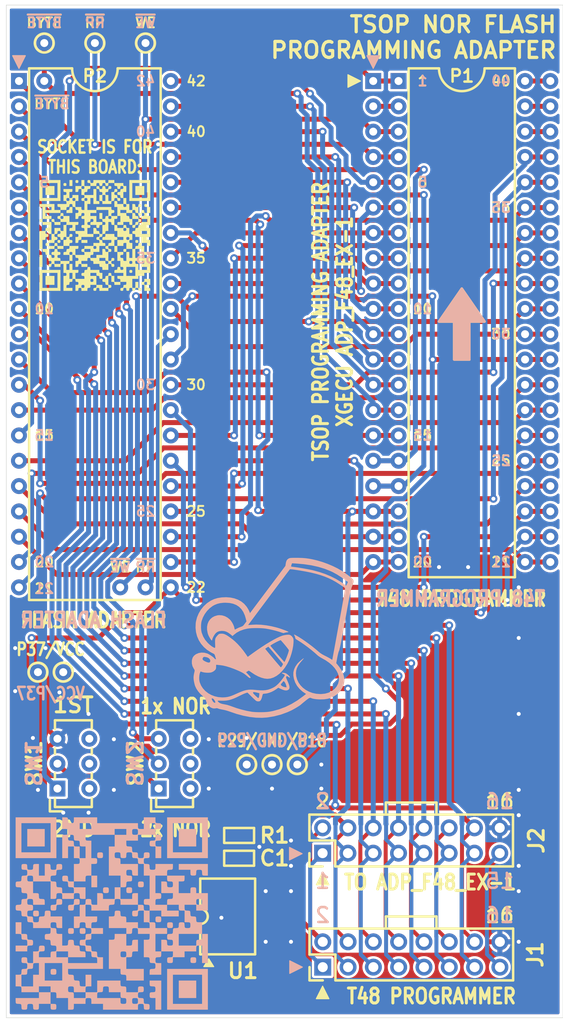
<source format=kicad_pcb>
(kicad_pcb (version 20240108) (generator "pcbnew") (generator_version "8.0")
  (layers (0 "F.Cu" signal) (31 "B.Cu" signal) (34 "B.Paste" user) (35 "F.Paste" user) (36 "B.SilkS" user "B.Silkscreen") (37 "F.SilkS" user "F.Silkscreen") (38 "B.Mask" user) (39 "F.Mask" user) (44 "Edge.Cuts" user))
  (net 0 "")
  (net 1 "/~{CE}")
  (net 2 "+5V")
  (net 3 "/D4")
  (net 4 "GND")
  (net 5 "/D2")
  (net 6 "/A6")
  (net 7 "/A8")
  (net 8 "/A2")
  (net 9 "/D11")
  (net 10 "/A13")
  (net 11 "/D9")
  (net 12 "/D15")
  (net 13 "/A10")
  (net 14 "/A5")
  (net 15 "/D5")
  (net 16 "/A19")
  (net 17 "/A11")
  (net 18 "/A18")
  (net 19 "/D13")
  (net 20 "/D0")
  (net 21 "/A1")
  (net 22 "/D7")
  (net 23 "/D12")
  (net 24 "/A4")
  (net 25 "/A0")
  (net 26 "/D8")
  (net 27 "/A16")
  (net 28 "/A9")
  (net 29 "/A12")
  (net 30 "/~{OE}")
  (net 31 "/D6")
  (net 32 "/D3")
  (net 33 "/D1")
  (net 34 "/A17")
  (net 35 "/D14")
  (net 36 "/D10")
  (net 37 "/A3")
  (net 38 "/A14")
  (net 39 "/A7")
  (net 40 "/A15")
  (net 41 "/NC10")
  (net 42 "/VCC37")
  (net 43 "/NC14")
  (net 44 "/~{RP}")
  (net 45 "/NC13")
  (net 46 "/R{slash}~{B}")
  (net 47 "/~{BYTE}")
  (net 48 "/~{WE}")
  (net 49 "Net-(SW1-B)")
  (net 54 "/PB0")
  (net 55 "/PB1")
  (net 56 "/ISP1")
  (net 57 "/ISP12")
  (net 58 "/ISP15")
  (net 59 "/NC")
  (net 60 "Net-(P2-A20)")
  (net 61 "/VSS29")
  (net 62 "/VSS18")
  (footprint "Bucketmouse:R_0603_1608Metric_Boxed" (layer "F.Cu") (at 149.098 126.492)
    (property "Reference" "R1")
    (property "Value" "4.7k")
  )
  (footprint "Bucketmouse:TestPoint_THTPad_D1.5mm_Drill0.7mm" (layer "F.Cu") (at 131.445 110.109)
    (property "Reference" "TP8" (hide yes))
    (property "Value" "TPB1,27")
  )
  (footprint "Bucketmouse:TestPoint_THTPad_D1.5mm_Drill0.7mm" (layer "F.Cu") (at 129.54 46.99 -90)
    (property "Reference" "TP7" (hide yes))
    (property "Value" "TPB1,27")
  )
  (footprint "Bucketmouse:TestPoint_THTPad_D1.5mm_Drill0.7mm" (layer "F.Cu") (at 137.16 101.6 90)
    (property "Reference" "TP1" (hide yes))
    (property "Value" "TPB1,27")
  )
  (footprint "LOGO" (layer "F.Cu") (at 134.874 136.144)
    (property "Reference" "G***" (hide yes))
    (property "Value" "LOGO" (hide yes))
  )
  (footprint "Bucketmouse:TestPoint_THTPad_D1.5mm_Drill0.7mm" (layer "F.Cu") (at 134.62 46.99 -90)
    (property "Reference" "TP6" (hide yes))
    (property "Value" "TPB1,27")
  )
  (footprint "Bucketmouse:TestPoint_THTPad_D1.5mm_Drill0.7mm" (layer "F.Cu") (at 128.905 110.109 -90)
    (property "Reference" "TP4" (hide yes))
    (property "Value" "TPB1,27")
  )
  (footprint "LOGO" (layer "F.Cu") (at 134.62 66.294)
    (property "Reference" "G***" (hide yes))
    (property "Value" "LOGO" (hide yes))
  )
  (footprint "Connector_PinHeader_2.54mm:PinHeader_2x08_P2.54mm_Vertical" (layer "F.Cu") (at 157.495 139.705 90)
    (property "Reference" "J1")
    (property "Value" "T48_ISP")
  )
  (footprint "Connector_PinHeader_2.54mm:PinHeader_2x08_P2.54mm_Vertical" (layer "F.Cu") (at 157.48 128.27 90)
    (property "Reference" "J2")
    (property "Value" "T48_ISP")
  )
  (footprint "Package_DIP:DIP-42_W15.24mm" (layer "F.Cu") (at 127 50.8)
    (property "Reference" "P2" (hide yes))
    (property "Value" "27C322")
  )
  (footprint "Bucketmouse:TestPoint_THTPad_D1.5mm_Drill0.7mm" (layer "F.Cu") (at 152.4 119.38)
    (property "Reference" "TP11" (hide yes))
    (property "Value" "TPB1,27")
  )
  (footprint "Bucketmouse:TestPoint_THTPad_D1.5mm_Drill0.7mm" (layer "F.Cu") (at 139.7 46.99 -90)
    (property "Reference" "TP5" (hide yes))
    (property "Value" "TPB1,27")
  )
  (footprint "Button_Switch_THT:SW_E-Switch_EG1271_SPDT" (layer "F.Cu") (at 130.861 121.7875 90)
    (property "Reference" "SW1")
    (property "Value" "SW_SPDT")
  )
  (footprint "Bucketmouse:TestPoint_THTPad_D1.5mm_Drill0.7mm" (layer "F.Cu") (at 139.7 101.6 90)
    (property "Reference" "TP2" (hide yes))
    (property "Value" "TPB1,27")
  )
  (footprint "Bucketmouse:TestPoint_THTPad_D1.5mm_Drill0.7mm" (layer "F.Cu") (at 149.86 119.38)
    (property "Reference" "TP9" (hide yes))
    (property "Value" "TPB1,27")
  )
  (footprint "Bucketmouse:T48_ZIF" (layer "F.Cu") (at 170.18 74.93)
    (property "Reference" "P1" (hide yes))
    (property "Value" "~")
  )
  (footprint "Bucketmouse:SOIC-8_3.9x4.9mm_P1.27mm" (layer "F.Cu") (at 147.955 134.62 90)
    (property "Reference" "U1")
    (property "Value" "ATtiny25?")
  )
  (footprint "Bucketmouse:T48_ZIF" (layer "F.Cu") (at 172.72 74.93)
    (property "Reference" "P3" (hide yes))
    (property "Value" "~")
  )
  (footprint "Bucketmouse:TestPoint_THTPad_D1.5mm_Drill0.7mm" (layer "F.Cu") (at 154.94 119.38)
    (property "Reference" "TP10" (hide yes))
    (property "Value" "TPB1,27")
  )
  (footprint "Bucketmouse:C_0603_1608Metric_Boxed" (layer "F.Cu") (at 149.098 128.778)
    (property "Reference" "C1")
    (property "Value" "0.1uF")
  )
  (footprint "Bucketmouse:TestPoint_THTPad_D1.5mm_Drill0.7mm" (layer "F.Cu") (at 129.54 50.8 90)
    (property "Reference" "TP3" (hide yes))
    (property "Value" "TPB1,27")
  )
  (footprint "Button_Switch_THT:SW_E-Switch_EG1271_SPDT" (layer "F.Cu") (at 141.021 121.7875 90)
    (property "Reference" "SW2")
    (property "Value" "SW_SPDT")
  )
  (footprint "LOGO" (layer "B.Cu") (at 136.271 134.366 180)
    (property "Reference" "G***" (hide yes))
    (property "Value" "LOGO" (hide yes))
  )
  (footprint "LOGO" (layer "B.Cu") (at 152.4 106.68 180)
    (property "Reference" "G***" (hide yes))
    (property "Value" "LOGO" (hide yes))
  )
  (gr_line (start 170.688 78.74) (end 170.688 74.93) (stroke (width 0.25)) (layer "B.SilkS"))
  (gr_line (start 172.212 78.74) (end 172.212 74.93) (stroke (width 0.25)) (layer "B.SilkS"))
  (gr_poly (pts (xy 155.448 139.7) (xy 154.178 139.065) (xy 154.178 140.335)) (stroke (width 0.1)) (fill solid) (layer "B.SilkS"))
  (gr_poly (pts (xy 162.56 49.53) (xy 163.195 48.26) (xy 161.925 48.26)) (stroke (width 0.1)) (fill solid) (layer "B.SilkS"))
  (gr_line (start 173.736 74.93) (end 171.45 71.628) (stroke (width 0.25)) (layer "B.SilkS"))
  (gr_poly (pts (xy 127 49.53) (xy 127.635 48.26) (xy 126.365 48.26)) (stroke (width 0.1)) (fill solid) (layer "B.SilkS"))
  (gr_line (start 170.688 78.74) (end 172.212 78.74) (stroke (width 0.25)) (layer "B.SilkS"))
  (gr_line (start 172.212 74.93) (end 173.736 74.93) (stroke (width 0.25)) (layer "B.SilkS"))
  (gr_line (start 169.164 74.93) (end 170.688 74.93) (stroke (width 0.25)) (layer "B.SilkS"))
  (gr_poly (pts (xy 169.164 74.93) (xy 171.45 71.628) (xy 173.736 74.93) (xy 172.212 74.93) (xy 172.212 78.74) (xy 170.688 78.74) (xy 170.688 74.93)) (stroke (width 0.1)) (fill solid) (layer "B.SilkS"))
  (gr_poly (pts (xy 155.4226 128.3208) (xy 154.1526 127.6858) (xy 154.1526 128.9558)) (stroke (width 0.1)) (fill solid) (layer "B.SilkS"))
  (gr_line (start 171.45 71.628) (end 169.164 74.93) (stroke (width 0.25)) (layer "B.SilkS"))
  (gr_line (start 141.224 49.53) (end 141.224 102.87) (stroke (width 0.25)) (layer "F.SilkS"))
  (gr_line (start 176.784 49.53) (end 176.784 100.584) (stroke (width 0.25)) (layer "F.SilkS"))
  (gr_line (start 176.784 100.584) (end 166.116 100.584) (stroke (width 0.25)) (layer "F.SilkS"))
  (gr_line (start 163.83 134.62) (end 168.91 134.62) (stroke (width 0.25)) (layer "F.SilkS"))
  (gr_poly (pts (xy 169.164 74.93) (xy 171.45 71.628) (xy 173.736 74.93) (xy 172.212 74.93) (xy 172.212 78.74) (xy 170.688 78.74) (xy 170.688 74.93)) (stroke (width 0.1)) (fill solid) (layer "F.SilkS"))
  (gr_line (start 173.736 74.93) (end 172.212 74.93) (stroke (width 0.25)) (layer "F.SilkS"))
  (gr_line (start 172.212 78.74) (end 172.212 74.93) (stroke (width 0.25)) (layer "F.SilkS"))
  (gr_line (start 170.688 74.93) (end 169.164 74.93) (stroke (width 0.25)) (layer "F.SilkS"))
  (gr_line (start 132.334 49.53) (end 128.016 49.53) (stroke (width 0.25)) (layer "F.SilkS"))
  (gr_poly (pts (xy 161.29 50.8) (xy 160.02 51.435) (xy 160.02 50.165)) (stroke (width 0.1)) (fill solid) (layer "F.SilkS"))
  (gr_line (start 173.736 74.93) (end 172.212 74.93) (stroke (width 0.25)) (layer "F.SilkS"))
  (gr_line (start 141.224 102.87) (end 128.016 102.87) (stroke (width 0.25)) (layer "F.SilkS"))
  (gr_line (start 172.212 78.74) (end 170.688 78.74) (stroke (width 0.25)) (layer "F.SilkS"))
  (gr_poly (pts (xy 127 49.53) (xy 126.365 48.26) (xy 127.635 48.26)) (stroke (width 0.1)) (fill solid) (layer "F.SilkS"))
  (gr_line (start 169.164 74.93) (end 171.45 71.628) (stroke (width 0.25)) (layer "F.SilkS"))
  (gr_arc (start 136.906 49.53) (mid 134.62 51.816) (end 132.334 49.53) (stroke (width 0.25)) (layer "F.SilkS"))
  (gr_line (start 170.688 74.93) (end 169.164 74.93) (stroke (width 0.25)) (layer "F.SilkS"))
  (gr_line (start 168.91 134.62) (end 168.91 135.8265) (stroke (width 0.25)) (layer "F.SilkS"))
  (gr_arc (start 173.736 49.53) (mid 171.45 51.816) (end 169.164 49.53) (stroke (width 0.25)) (layer "F.SilkS"))
  (gr_line (start 176.784 49.53) (end 173.736 49.53) (stroke (width 0.25)) (layer "F.SilkS"))
  (gr_line (start 171.45 71.628) (end 173.736 74.93) (stroke (width 0.25)) (layer "F.SilkS"))
  (gr_line (start 171.45 71.628) (end 173.736 74.93) (stroke (width 0.25)) (layer "F.SilkS"))
  (gr_line (start 168.91 123.19) (end 168.91 124.333) (stroke (width 0.25)) (layer "F.SilkS"))
  (gr_line (start 170.688 78.74) (end 170.688 74.93) (stroke (width 0.25)) (layer "F.SilkS"))
  (gr_line (start 163.83 123.19) (end 168.91 123.19) (stroke (width 0.25)) (layer "F.SilkS"))
  (gr_line (start 166.116 49.53) (end 166.116 100.584) (stroke (width 0.25)) (layer "F.SilkS"))
  (gr_line (start 170.688 78.74) (end 170.688 74.93) (stroke (width 0.25)) (layer "F.SilkS"))
  (gr_poly (pts (xy 157.48 141.605) (xy 158.115 142.875) (xy 156.845 142.875)) (stroke (width 0.1)) (fill solid) (layer "F.SilkS"))
  (gr_line (start 141.224 49.53) (end 136.906 49.53) (stroke (width 0.25)) (layer "F.SilkS"))
  (gr_line (start 172.212 78.74) (end 172.212 74.93) (stroke (width 0.25)) (layer "F.SilkS"))
  (gr_line (start 128.016 49.53) (end 128.016 102.87) (stroke (width 0.25)) (layer "F.SilkS"))
  (gr_line (start 163.83 135.8265) (end 163.83 134.62) (stroke (width 0.25)) (layer "F.SilkS"))
  (gr_line (start 172.212 78.74) (end 170.688 78.74) (stroke (width 0.25)) (layer "F.SilkS"))
  (gr_line (start 169.164 49.53) (end 166.116 49.53) (stroke (width 0.25)) (layer "F.SilkS"))
  (gr_line (start 169.164 74.93) (end 171.45 71.628) (stroke (width 0.25)) (layer "F.SilkS"))
  (gr_line (start 163.83 124.333) (end 163.83 123.19) (stroke (width 0.25)) (layer "F.SilkS"))
  (gr_poly (pts (xy 157.48 130.175) (xy 158.115 131.445) (xy 156.845 131.445)) (stroke (width 0.1)) (fill solid) (layer "F.SilkS"))
  (gr_line (start 125.73 144.78) (end 125.73 43.18) (stroke (width 0.05)) (layer "Edge.Cuts"))
  (gr_line (start 181.61 144.78) (end 125.73 144.78) (stroke (width 0.05)) (layer "Edge.Cuts"))
  (gr_line (start 125.73 43.18) (end 181.61 43.18) (stroke (width 0.05)) (layer "Edge.Cuts"))
  (gr_line (start 181.61 43.18) (end 181.61 144.78) (stroke (width 0.05)) (layer "Edge.Cuts"))
  (gr_text "10" (at 167.513 73.66 -0) (layer "B.SilkS") (effects (font (size 1 1) (thickness 0.2) (bold yes)) (justify mirror)))
  (gr_text "35" (at 139.7 68.58 0) (layer "B.SilkS") (effects (font (size 1 1) (thickness 0.2) (bold yes)) (justify mirror)))
  (gr_text "5" (at 129.54 60.96 0) (layer "B.SilkS") (effects (font (size 1 1) (thickness 0.2) (bold yes)) (justify mirror)))
  (gr_text "1" (at 157.48 131.064 0) (layer "B.SilkS") (effects (font (size 1.5 1.5) (thickness 0.25) (bold yes)) (justify mirror)))
  (gr_text "T48 PROGRAMMER" (at 171.323 102.743 -0) (layer "B.SilkS") (effects (font (size 1.5 1.25) (thickness 0.3) (bold yes)) (justify mirror)))
  (gr_text "16" (at 175.26 134.493 -0) (layer "B.SilkS") (effects (font (size 1.5 1.5) (thickness 0.25) (bold yes)) (justify mirror)))
  (gr_text "~{WE}" (at 137.16 99.568 -0) (layer "B.SilkS") (effects (font (size 1 1) (thickness 0.2) (bold yes)) (justify mirror)))
  (gr_text "VCC/P37" (at 130.175 112.268 -0) (layer "B.SilkS") (effects (font (size 1.25 1) (thickness 0.25) (bold yes)) (justify mirror)))
  (gr_text "30" (at 175.387 76.2 -0) (layer "B.SilkS") (effects (font (size 1 1) (thickness 0.2) (bold yes)) (justify mirror)))
  (gr_text "P18/GND/P29" (at 152.4 116.967 0) (layer "B.SilkS") (effects (font (size 1.25 1) (thickness 0.25) (bold yes)) (justify mirror)))
  (gr_text "2" (at 157.48 134.493 -0) (layer "B.SilkS") (effects (font (size 1.5 1.5) (thickness 0.25) (bold yes)) (justify mirror)))
  (gr_text "~{RP}" (at 134.62 44.958 -0) (layer "B.SilkS") (effects (font (size 1 1) (thickness 0.2) (bold yes)) (justify mirror)))
  (gr_text "15" (at 129.54 86.36 0) (layer "B.SilkS") (effects (font (size 1 1) (thickness 0.2) (bold yes)) (justify mirror)))
  (gr_text "SW2" (at 138.557 119.253 -90) (layer "B.SilkS") (effects (font (size 1.5 1.5) (thickness 0.3)) (justify mirror)))
  (gr_text "42" (at 139.7 50.8 -0) (layer "B.SilkS") (effects (font (size 1 1) (thickness 0.2) (bold yes)) (justify mirror)))
  (gr_text "20" (at 167.513 99.06 -0) (layer "B.SilkS") (effects (font (size 1 1) (thickness 0.2) (bold yes)) (justify mirror)))
  (gr_text "21" (at 129.54 101.727 0) (layer "B.SilkS") (effects (font (size 1 1) (thickness 0.2) (bold yes)) (justify mirror)))
  (gr_text "25" (at 175.387 88.9 -0) (layer "B.SilkS") (effects (font (size 1 1) (thickness 0.2) (bold yes)) (justify mirror)))
  (gr_text "15" (at 175.26 131.064 0) (layer "B.SilkS") (effects (font (size 1.5 1.5) (thickness 0.25) (bold yes)) (justify mirror)))
  (gr_text "35" (at 175.387 63.5 -0) (layer "B.SilkS") (effects (font (size 1 1) (thickness 0.2) (bold yes)) (justify mirror)))
  (gr_text "20" (at 129.54 99.06 0) (layer "B.SilkS") (effects (font (size 1 1) (thickness 0.2) (bold yes)) (justify mirror)))
  (gr_text "2" (at 157.48 123.063 -0) (layer "B.SilkS") (effects (font (size 1.5 1.5) (thickness 0.25) (bold yes)) (justify mirror)))
  (gr_text "40" (at 175.387 50.8 -0) (layer "B.SilkS") (effects (font (size 1 1) (thickness 0.2) (bold yes)) (justify mirror)))
  (gr_text "~{RP}" (at 139.7 99.568 -0) (layer "B.SilkS") (effects (font (size 1 1) (thickness 0.2) (bold yes)) (justify mirror)))
  (gr_text "SW1" (at 128.397 119.253 -90) (layer "B.SilkS") (effects (font (size 1.5 1.5) (thickness 0.3)) (justify mirror)))
  (gr_text "1" (at 167.513 50.8 -0) (layer "B.SilkS") (effects (font (size 1 1) (thickness 0.2) (bold yes)) (justify mirror)))
  (gr_text "30" (at 139.7 81.28 0) (layer "B.SilkS") (effects (font (size 1 1) (thickness 0.2) (bold yes)) (justify mirror)))
  (gr_text "16" (at 175.26 123.063 -0) (layer "B.SilkS") (effects (font (size 1.5 1.5) (thickness 0.25) (bold yes)) (justify mirror)))
  (gr_text "FLASH ADAPTER" (at 134.493 104.902 0) (layer "B.SilkS") (effects (font (size 1.5 1.25) (thickness 0.3) (bold yes)) (justify mirror)))
  (gr_text "5" (at 167.513 60.96 -0) (layer "B.SilkS") (effects (font (size 1 1) (thickness 0.2) (bold yes)) (justify mirror)))
  (gr_text "15" (at 167.513 86.36 -0) (layer "B.SilkS") (effects (font (size 1 1) (thickness 0.2) (bold yes)) (justify mirror)))
  (gr_text "~{WE}" (at 139.7 44.958 -0) (layer "B.SilkS") (effects (font (size 1 1) (thickness 0.2) (bold yes)) (justify mirror)))
  (gr_text "~{BYTE}" (at 130.302 53.086 -0) (layer "B.SilkS") (effects (font (size 1 1) (thickness 0.2) (bold yes)) (justify mirror)))
  (gr_text "40" (at 139.7 55.88 0) (layer "B.SilkS") (effects (font (size 1 1) (thickness 0.2) (bold yes)) (justify mirror)))
  (gr_text "25" (at 139.7 93.98 0) (layer "B.SilkS") (effects (font (size 1 1) (thickness 0.2) (bold yes)) (justify mirror)))
  (gr_text "~{BYTE}" (at 129.54 44.958 -0) (layer "B.SilkS") (effects (font (size 1 1) (thickness 0.2) (bold yes)) (justify mirror)))
  (gr_text "10" (at 129.54 73.66 0) (layer "B.SilkS") (effects (font (size 1 1) (thickness 0.2) (bold yes)) (justify mirror)))
  (gr_text "21" (at 175.387 99.06 -0) (layer "B.SilkS") (effects (font (size 1 1) (thickness 0.2) (bold yes)) (justify mirror)))
  (gr_text "25" (at 175.387 88.9 0) (layer "F.SilkS") (effects (font (size 1 1) (thickness 0.2) (bold yes))))
  (gr_text "15" (at 167.513 86.36 0) (layer "F.SilkS") (effects (font (size 1 1) (thickness 0.2) (bold yes))))
  (gr_text "P2" (at 134.62 50.292 0) (layer "F.SilkS") (effects (font (size 1.25 1.25) (thickness 0.25) (bold yes))))
  (gr_text "42" (at 144.78 50.8 0) (layer "F.SilkS") (effects (font (size 1 1) (thickness 0.2) (bold yes))))
  (gr_text "P37/VCC" (at 130.175 107.823 0) (layer "F.SilkS") (effects (font (size 1.25 1) (thickness 0.25) (bold yes))))
  (gr_text "20" (at 167.513 99.06 0) (layer "F.SilkS") (effects (font (size 1 1) (thickness 0.2) (bold yes))))
  (gr_text "21" (at 175.387 99.06 0) (layer "F.SilkS") (effects (font (size 1 1) (thickness 0.2) (bold yes))))
  (gr_text "~{RP}" (at 139.7 99.568 0) (layer "F.SilkS") (effects (font (size 1 1) (thickness 0.2) (bold yes))))
  (gr_text "40" (at 144.78 55.88 0) (layer "F.SilkS") (effects (font (size 1 1) (thickness 0.2) (bold yes))))
  (gr_text "T48 PROGRAMMER" (at 171.45 102.743 0) (layer "F.SilkS") (effects (font (size 1.5 1.25) (thickness 0.3) (bold yes))))
  (gr_text "~{BYTE}" (at 130.302 53.086 0) (layer "F.SilkS") (effects (font (size 1 1) (thickness 0.2) (bold yes))))
  (gr_text "T48 PROGRAMMER" (at 168.402 142.621 0) (layer "F.SilkS") (effects (font (size 1.5 1.25) (thickness 0.3) (bold yes))))
  (gr_text "P29/GND/P18" (at 152.4 116.967 0) (layer "F.SilkS") (effects (font (size 1.25 1) (thickness 0.25) (bold yes))))
  (gr_text "30" (at 175.387 76.2 0) (layer "F.SilkS") (effects (font (size 1 1) (thickness 0.2) (bold yes))))
  (gr_text "2" (at 157.48 123.063 0) (layer "F.SilkS") (effects (font (size 1.5 1.5) (thickness 0.25) (bold yes))))
  (gr_text "1" (at 167.513 50.8 0) (layer "F.SilkS") (effects (font (size 1 1) (thickness 0.2) (bold yes))))
  (gr_text "40" (at 175.387 50.8 0) (layer "F.SilkS") (effects (font (size 1 1) (thickness 0.2) (bold yes))))
  (gr_text "1ST" (at 132.461 113.411 0) (layer "F.SilkS") (effects (font (size 1.5 1.5) (thickness 0.3) (bold yes))))
  (gr_text "35" (at 175.387 63.5 0) (layer "F.SilkS") (effects (font (size 1 1) (thickness 0.2) (bold yes))))
  (gr_text "~{WE}" (at 137.16 99.568 0) (layer "F.SilkS") (effects (font (size 1 1) (thickness 0.2) (bold yes))))
  (gr_text "21" (at 129.54 101.727 0) (layer "F.SilkS") (effects (font (size 1 1) (thickness 0.2) (bold yes))))
  (gr_text "~{WE}" (at 139.7 44.958 0) (layer "F.SilkS") (effects (font (size 1 1) (thickness 0.2) (bold yes))))
  (gr_text "25" (at 144.78 93.98 0) (layer "F.SilkS") (effects (font (size 1 1) (thickness 0.2) (bold yes))))
  (gr_text "16" (at 175.26 134.493 0) (layer "F.SilkS") (effects (font (size 1.5 1.5) (thickness 0.25) (bold yes))))
  (gr_text "1x NOR" (at 142.748 113.538 0) (layer "F.SilkS") (effects (font (size 1.5 1.25) (thickness 0.3) (bold yes))))
  (gr_text "5" (at 167.513 60.96 0) (layer "F.SilkS") (effects (font (size 1 1) (thickness 0.2) (bold yes))))
  (gr_text "30" (at 144.78 81.28 0) (layer "F.SilkS") (effects (font (size 1 1) (thickness 0.2) (bold yes))))
  (gr_text "TO ADP_F48_EX-1" (at 168.275 131.191 0) (layer "F.SilkS") (effects (font (size 1.5 1.25) (thickness 0.3) (bold yes))))
  (gr_text "10" (at 167.513 73.66 0) (layer "F.SilkS") (effects (font (size 1 1) (thickness 0.2) (bold yes))))
  (gr_text "FLASH ADAPTER" (at 134.493 104.902 0) (layer "F.SilkS") (effects (font (size 1.5 1.25) (thickness 0.3) (bold yes))))
  (gr_text "2ND" (at 132.461 125.857 0) (layer "F.SilkS") (effects (font (size 1.5 1.5) (thickness 0.3) (bold yes))))
  (gr_text "TSOP PROGRAMMING ADAPTER\nXGECU ADP_F48_EX-1" (at 158.496 74.93 90) (layer "F.SilkS") (effects (font (size 1.5 1.25) (thickness 0.3) (bold yes))))
  (gr_text "22" (at 144.78 101.6 0) (layer "F.SilkS") (effects (font (size 1 1) (thickness 0.2) (bold yes))))
  (gr_text "20" (at 129.54 99.06 0) (layer "F.SilkS") (effects (font (size 1 1) (thickness 0.2) (bold yes))))
  (gr_text "SOCKET IS FOR\nTHIS BOARD:" (at 134.62 58.42 0) (layer "F.SilkS") (effects (font (size 1.25 1) (thickness 0.25) (bold yes))))
  (gr_text "~{BYTE}" (at 129.54 44.958 0) (layer "F.SilkS") (effects (font (size 1 1) (thickness 0.2) (bold yes))))
  (gr_text "2x NOR" (at 142.748 125.857 0) (layer "F.SilkS") (effects (font (size 1.5 1.25) (thickness 0.3) (bold yes))))
  (gr_text "15" (at 129.54 86.36 0) (layer "F.SilkS") (effects (font (size 1 1) (thickness 0.2) (bold yes))))
  (gr_text "TSOP NOR FLASH\nPROGRAMMING ADAPTER" (at 181.102 44.196 0) (layer "F.SilkS") (effects (font (size 1.6 1.6) (thickness 0.325) (bold yes)) (justify right top)))
  (gr_text "P1" (at 171.45 50.292 0) (layer "F.SilkS") (effects (font (size 1.25 1.25) (thickness 0.25) (bold yes))))
  (gr_text "~{RP}" (at 134.62 44.958 0) (layer "F.SilkS") (effects (font (size 1 1) (thickness 0.2) (bold yes))))
  (gr_text "35" (at 144.78 68.58 0) (layer "F.SilkS") (effects (font (size 1 1) (thickness 0.2) (bold yes))))
  (gr_text "10" (at 129.54 73.66 0) (layer "F.SilkS") (effects (font (size 1 1) (thickness 0.2) (bold yes))))
  (gr_text "16" (at 175.26 123.063 0) (layer "F.SilkS") (effects (font (size 1.5 1.5) (thickness 0.25) (bold yes))))
  (segment (start 128.551464 76.2) (end 127 76.2) (width 0.5) (layer "F.Cu") (net 1))
  (segment (start 132.854414 80.50295) (end 128.551464 76.2) (width 0.5) (layer "F.Cu") (net 1))
  (segment (start 132.854414 80.794353) (end 132.854414 80.50295) (width 0.5) (layer "F.Cu") (net 1))
  (segment (start 137.581 114.3) (end 163.83 114.3) (width 0.5) (layer "F.Cu") (net 1))
  (via (at 137.581 114.3) (size 0.8) (drill 0.4) (layers "F.Cu" "B.Cu") (net 1))
  (via (at 163.83 114.3) (size 0.8) (drill 0.4) (layers "F.Cu" "B.Cu") (net 1))
  (via (at 132.854414 80.794353) (size 0.8) (drill 0.4) (layers "F.Cu" "B.Cu") (net 1))
  (segment (start 165.1 128.143) (end 163.851 126.894) (width 0.4) (layer "B.Cu") (net 1))
  (segment (start 130.319 98.754712) (end 130.319 107.038) (width 0.5) (layer "B.Cu") (net 1))
  (segment (start 163.83 114.3) (end 163.83 125.328) (width 0.5) (layer "B.Cu") (net 1))
  (segment (start 163.83 125.328) (end 163.851 125.349) (width 0.5) (layer "B.Cu") (net 1))
  (segment (start 163.851 138.441) (end 165.115 139.705) (width 0.4) (layer "B.Cu") (net 1))
  (segment (start 165.1 128.27) (end 165.1 128.143) (width 0.4) (layer "B.Cu") (net 1))
  (segment (start 130.319 107.038) (end 137.581 114.3) (width 0.5) (layer "B.Cu") (net 1))
  (segment (start 163.851 129.519) (end 163.851 138.441) (width 0.4) (layer "B.Cu") (net 1))
  (segment (start 163.851 126.894) (end 163.851 125.349) (width 0.4) (layer "B.Cu") (net 1))
  (segment (start 132.854414 80.794353) (end 133.002 80.941939) (width 0.5) (layer "B.Cu") (net 1))
  (segment (start 165.1 128.27) (end 163.851 129.519) (width 0.4) (layer "B.Cu") (net 1))
  (segment (start 133.002 81.851203) (end 133.286 82.135203) (width 0.5) (layer "B.Cu") (net 1))
  (segment (start 133.002 80.941939) (end 133.002 81.851203) (width 0.5) (layer "B.Cu") (net 1))
  (segment (start 133.286 82.135203) (end 133.286 95.787712) (width 0.5) (layer "B.Cu") (net 1))
  (segment (start 133.286 95.787712) (end 130.319 98.754712) (width 0.5) (layer "B.Cu") (net 1))
  (segment (start 163.83 114.3) (end 163.851 114.321) (width 0.5) (layer "B.Cu") (net 1))
  (segment (start 158.75 123.444) (end 159.038 123.732) (width 0.5) (layer "F.Cu") (net 2))
  (segment (start 172.72 125.73) (end 171.471 126.979) (width 0.4) (layer "F.Cu") (net 2))
  (segment (start 171.471 126.979) (end 171.471 135.901) (width 0.4) (layer "F.Cu") (net 2))
  (segment (start 158.877 115.388101) (end 158.804899 115.316) (width 0.5) (layer "F.Cu") (net 2))
  (segment (start 158.804899 115.316) (end 137.151166 115.316) (width 0.5) (layer "F.Cu") (net 2))
  (segment (start 146.05 128.715) (end 146.05 132.145) (width 0.5) (layer "F.Cu") (net 2))
  (segment (start 159.038 123.732) (end 170.722 123.732) (width 0.5) (layer "F.Cu") (net 2))
  (segment (start 137.151166 115.316) (end 131.944166 110.109) (width 0.5) (layer "F.Cu") (net 2))
  (segment (start 158.75 123.444) (end 158.462 123.732) (width 0.5) (layer "F.Cu") (net 2))
  (segment (start 148.273 126.492) (end 146.05 128.715) (width 0.5) (layer "F.Cu") (net 2))
  (segment (start 171.471 135.901) (end 172.735 137.165) (width 0.4) (layer "F.Cu") (net 2))
  (segment (start 151.033 123.732) (end 148.273 126.492) (width 0.5) (layer "F.Cu") (net 2))
  (segment (start 158.462 123.732) (end 151.033 123.732) (width 0.5) (layer "F.Cu") (net 2))
  (segment (start 170.722 123.732) (end 172.72 125.73) (width 0.5) (layer "F.Cu") (net 2))
  (via (at 158.75 123.444) (size 0.8) (drill 0.4) (layers "F.Cu" "B.Cu") (net 2))
  (via (at 158.877 115.388101) (size 0.8) (drill 0.4) (layers "F.Cu" "B.Cu") (net 2))
  (segment (start 158.877 115.388101) (end 158.75 115.515101) (width 0.5) (layer "B.Cu") (net 2))
  (segment (start 158.75 115.515101) (end 158.75 123.444) (width 0.5) (layer "B.Cu") (net 2))
  (segment (start 177.795 88.9) (end 176.525 90.17) (width 0.5) (layer "F.Cu") (net 3))
  (segment (start 176.525 90.17) (end 148.59 90.17) (width 0.5) (layer "F.Cu") (net 3))
  (segment (start 142.24 99.06) (end 148.59 99.06) (width 0.5) (layer "F.Cu") (net 3))
  (segment (start 177.8 88.9) (end 180.34 88.9) (width 0.5) (layer "F.Cu") (net 3))
  (via (at 148.59 99.06) (size 0.8) (drill 0.4) (layers "F.Cu" "B.Cu") (net 3))
  (via (at 148.59 90.17) (size 0.8) (drill 0.4) (layers "F.Cu" "B.Cu") (net 3))
  (segment (start 148.463 98.933) (end 148.59 99.06) (width 0.5) (layer "B.Cu") (net 3))
  (segment (start 148.463 90.297) (end 148.463 98.933) (width 0.5) (layer "B.Cu") (net 3))
  (segment (start 148.59 90.17) (end 148.463 90.297) (width 0.5) (layer "B.Cu") (net 3))
  (via (at 131.064 112.141) (size 0.8) (drill 0.4) (layers "F.Cu" "B.Cu") (net 4))
  (via (at 128.905 121.92) (size 0.8) (drill 0.4) (layers "F.Cu" "B.Cu") (net 4))
  (via (at 177.165 114.3) (size 0.8) (drill 0.4) (layers "F.Cu" "B.Cu") (net 4))
  (via (at 177.165 101.6) (size 0.8) (drill 0.4) (layers "F.Cu" "B.Cu") (net 4))
  (via (at 133.985 114.3) (size 0.8) (drill 0.4) (layers "F.Cu" "B.Cu") (net 4))
  (via (at 136.525 121.92) (size 0.8) (drill 0.4) (layers "F.Cu" "B.Cu") (net 4))
  (via (at 129.667 107.696) (size 0.8) (drill 0.4) (layers "F.Cu" "B.Cu") (net 4))
  (via (at 177.165 132.08) (size 0.8) (drill 0.4) (layers "F.Cu" "B.Cu") (net 4))
  (via (at 152.4 121.793) (size 0.8) (drill 0.4) (layers "F.Cu" "B.Cu") (net 4))
  (via (at 147.32 134.747) (size 0.8) (drill 0.4) (layers "F.Cu" "B.Cu") (net 4))
  (via (at 136.525 116.84) (size 0.8) (drill 0.4) (layers "F.Cu" "B.Cu") (net 4))
  (via (at 146.05 121.793) (size 0.8) (drill 0.4) (layers "F.Cu" "B.Cu") (net 4))
  (via (at 126.619 107.696) (size 0.8) (drill 0.4) (layers "F.Cu" "B.Cu") (net 4))
  (via (at 177.165 129.54) (size 0.8) (drill 0.4) (layers "F.Cu" "B.Cu") (net 4))
  (via (at 157.353 119.38) (size 0.8) (drill 0.4) (layers "F.Cu" "B.Cu") (net 4))
  (via (at 177.165 106.68) (size 0.8) (drill 0.4) (layers "F.Cu" "B.Cu") (net 4))
  (via (at 177.165 121.92) (size 0.8) (drill 0.4) (layers "F.Cu" "B.Cu") (net 4))
  (via (at 151.765 132.08) (size 0.8) (drill 0.4) (layers "F.Cu" "B.Cu") (net 4))
  (via (at 172.085 99.568) (size 0.8) (drill 0.4) (layers "F.Cu" "B.Cu") (net 4))
  (via (at 151.765 137.16) (size 0.8) (drill 0.4) (layers "F.Cu" "B.Cu") (net 4))
  (via (at 177.165 124.46) (size 0.8) (drill 0.4) (layers "F.Cu" "B.Cu") (net 4))
  (via (at 133.985 124.206) (size 0.8) (drill 0.4) (layers "F.Cu" "B.Cu") (net 4))
  (via (at 177.165 137.16) (size 0.8) (drill 0.4) (layers "F.Cu" "B.Cu") (net 4))
  (via (at 154.305 129.54) (size 0.8) (drill 0.4) (layers "F.Cu" "B.Cu") (net 4))
  (via (at 169.164 99.568) (size 0.8) (drill 0.4) (layers "F.Cu" "B.Cu") (net 4))
  (via (at 154.305 127) (size 0.8) (drill 0.4) (layers "F.Cu" "B.Cu") (net 4))
  (via (at 149.86 116.713) (size 0.8) (drill 0.4) (layers "F.Cu" "B.Cu") (net 4))
  (via (at 157.353 121.793) (size 0.8) (drill 0.4) (layers "F.Cu" "B.Cu") (net 4))
  (via (at 146.05 116.84) (size 0.8) (drill 0.4) (layers "F.Cu" "B.Cu") (net 4))
  (via (at 151.13 127.635) (size 0.8) (drill 0.4) (layers "F.Cu" "B.Cu") (net 4))
  (via (at 131.445 124.206) (size 0.8) (drill 0.4) (layers "F.Cu" "B.Cu") (net 4))
  (via (at 154.305 137.16) (size 0.8) (drill 0.4) (layers "F.Cu" "B.Cu") (net 4))
  (via (at 126.619 112.014) (size 0.8) (drill 0.4) (layers "F.Cu" "B.Cu") (net 4))
  (via (at 128.397 116.713) (size 0.8) (drill 0.4) (layers "F.Cu" "B.Cu") (net 4))
  (via (at 154.305 132.08) (size 0.8) (drill 0.4) (layers "F.Cu" "B.Cu") (net 4))
  (segment (start 130.831 97.811) (end 176.551 97.811) (width 0.5) (layer "F.Cu") (net 5))
  (segment (start 176.551 97.811) (end 177.795 99.055) (width 0.5) (layer "F.Cu") (net 5))
  (segment (start 127 93.98) (end 130.831 97.811) (width 0.5) (layer "F.Cu") (net 5))
  (segment (start 177.795 99.055) (end 177.795 99.06) (width 0.5) (layer "F.Cu") (net 5))
  (segment (start 177.8 99.06) (end 180.34 99.06) (width 0.5) (layer "F.Cu") (net 5))
  (segment (start 137.581 105.41) (end 170.18 105.41) (width 0.5) (layer "F.Cu") (net 6))
  (segment (start 137.795 69.215) (end 127 58.42) (width 0.5) (layer "F.Cu") (net 6))
  (segment (start 137.795 73.458316) (end 137.795 69.215) (width 0.5) (layer "F.Cu") (net 6))
  (via (at 137.795 73.458316) (size 0.8) (drill 0.4) (layers "F.Cu" "B.Cu") (net 6))
  (via (at 137.581 105.41) (size 0.8) (drill 0.4) (layers "F.Cu" "B.Cu") (net 6))
  (via (at 170.18 105.41) (size 0.8) (drill 0.4) (layers "F.Cu" "B.Cu") (net 6))
  (segment (start 170.18 123.19) (end 170.18 105.41) (width 0.5) (layer "B.Cu") (net 6))
  (segment (start 171.444 136.647647) (end 171.444 138.414) (width 0.4) (layer "B.Cu") (net 6))
  (segment (start 137.795 73.458316) (end 138.195 73.858316) (width 0.5) (layer "B.Cu") (net 6))
  (segment (start 138.195 73.858316) (end 138.195 97.798464) (width 0.5) (layer "B.Cu") (net 6))
  (segment (start 171.471 125.349) (end 171.471 127.021) (width 0.4) (layer "B.Cu") (net 6))
  (segment (start 171.471 124.481) (end 171.471 125.349) (width 0.5) (layer "B.Cu") (net 6))
  (segment (start 138.195 97.798464) (end 135.212 100.781464) (width 0.5) (layer "B.Cu") (net 6))
  (segment (start 171.444 138.414) (end 172.735 139.705) (width 0.4) (layer "B.Cu") (net 6))
  (segment (start 171.429 136.632647) (end 171.444 136.647647) (width 0.4) (layer "B.Cu") (net 6))
  (segment (start 135.212 103.041) (end 137.581 105.41) (width 0.5) (layer "B.Cu") (net 6))
  (segment (start 172.72 128.27) (end 171.429 129.561) (width 0.4) (layer "B.Cu") (net 6))
  (segment (start 171.471 127.021) (end 172.72 128.27) (width 0.4) (layer "B.Cu") (net 6))
  (segment (start 171.429 129.561) (end 171.429 136.632647) (width 0.4) (layer "B.Cu") (net 6))
  (segment (start 170.18 123.19) (end 171.471 124.481) (width 0.5) (layer "B.Cu") (net 6))
  (segment (start 135.212 100.781464) (end 135.212 103.041) (width 0.5) (layer "B.Cu") (net 6))
  (segment (start 162.56 83.82) (end 165.1 83.82) (width 0.5) (layer "F.Cu") (net 7))
  (segment (start 142.24 53.34) (end 156.21 53.34) (width 0.5) (layer "F.Cu") (net 7))
  (via (at 156.21 53.34) (size 0.8) (drill 0.4) (layers "F.Cu" "B.Cu") (net 7))
  (segment (start 156.631 53.761) (end 156.631 58.490204) (width 0.5) (layer "B.Cu") (net 7))
  (segment (start 162.555 83.041353) (end 162.555 83.82) (width 0.5) (layer "B.Cu") (net 7))
  (segment (start 157.699332 78.185685) (end 162.555 83.041353) (width 0.5) (layer "B.Cu") (net 7))
  (segment (start 157.699332 59.558536) (end 157.699332 78.185685) (width 0.5) (layer "B.Cu") (net 7))
  (segment (start 156.21 53.34) (end 156.631 53.761) (width 0.5) (layer "B.Cu") (net 7))
  (segment (start 156.631 58.490204) (end 157.699332 59.558536) (width 0.5) (layer "B.Cu") (net 7))
  (segment (start 137.581 110.49) (end 164.465 110.49) (width 0.5) (layer "F.Cu") (net 8))
  (segment (start 127 68.58) (end 135.249 76.829) (width 0.5) (layer "F.Cu") (net 8))
  (segment (start 165.1 125.73) (end 163.809 127.021) (width 0.4) (layer "F.Cu") (net 8))
  (segment (start 164.465 110.49) (end 165.1 110.49) (width 0.5) (layer "F.Cu") (net 8))
  (segment (start 163.809 127.021) (end 163.809 135.859) (width 0.4) (layer "F.Cu") (net 8))
  (segment (start 163.809 135.859) (end 165.115 137.165) (width 0.4) (layer "F.Cu") (net 8))
  (segment (start 135.249 76.829) (end 135.249 76.835) (width 0.5) (layer "F.Cu") (net 8))
  (via (at 135.249 76.835) (size 0.8) (drill 0.4) (layers "F.Cu" "B.Cu") (net 8))
  (via (at 165.1 110.49) (size 0.8) (drill 0.4) (layers "F.Cu" "B.Cu") (net 8))
  (via (at 137.581 110.49) (size 0.8) (drill 0.4) (layers "F.Cu" "B.Cu") (net 8))
  (segment (start 135.399 96.64032) (end 132.416 99.62332) (width 0.5) (layer "B.Cu") (net 8))
  (segment (start 135.249 76.835) (end 135.399 76.985) (width 0.5) (layer "B.Cu") (net 8))
  (segment (start 165.1 110.49) (end 165.1 125.73) (width 0.5) (layer "B.Cu") (net 8))
  (segment (start 135.399 96.52) (end 135.399 96.64032) (width 0.5) (layer "B.Cu") (net 8))
  (segment (start 132.416 99.62332) (end 132.416 105.325) (width 0.5) (layer "B.Cu") (net 8))
  (segment (start 135.399 76.985) (end 135.399 96.52) (width 0.5) (layer "B.Cu") (net 8))
  (segment (start 132.416 105.325) (end 137.581 110.49) (width 0.5) (layer "B.Cu") (net 8))
  (segment (start 129.660997 92.71) (end 174.625 92.71) (width 0.5) (layer "F.Cu") (net 9))
  (segment (start 177.8 60.96) (end 180.34 60.96) (width 0.5) (layer "F.Cu") (net 9))
  (segment (start 129.119 92.168003) (end 129.660997 92.71) (width 0.5) (layer "F.Cu") (net 9))
  (via (at 129.119 92.168003) (size 0.8) (drill 0.4) (layers "F.Cu" "B.Cu") (net 9))
  (via (at 174.625 92.71) (size 0.8) (drill 0.4) (layers "F.Cu" "B.Cu") (net 9))
  (segment (start 175.4886 63.2664) (end 177.795 60.96) (width 0.5) (layer "B.Cu") (net 9))
  (segment (start 174.625 81.407) (end 175.4886 80.5434) (width 0.5) (layer "B.Cu") (net 9))
  (segment (start 175.4886 80.5434) (end 175.4886 63.2664) (width 0.5) (layer "B.Cu") (net 9))
  (segment (start 129.119 92.168003) (end 128.969 92.318003) (width 0.5) (layer "B.Cu") (net 9))
  (segment (start 128.249 100.351) (end 127 101.6) (width 0.5) (layer "B.Cu") (net 9))
  (segment (start 128.969 98.079536) (end 128.249 98.799536) (width 0.5) (layer "B.Cu") (net 9))
  (segment (start 128.249 98.799536) (end 128.249 100.351) (width 0.5) (layer "B.Cu") (net 9))
  (segment (start 128.969 92.318003) (end 128.969 98.079536) (width 0.5) (layer "B.Cu") (net 9))
  (segment (start 174.625 92.71) (end 174.625 81.407) (width 0.5) (layer "B.Cu") (net 9))
  (segment (start 147.976 69.871) (end 160.676 69.871) (width 0.5) (layer "F.Cu") (net 10))
  (segment (start 161.925 71.12) (end 162.555 71.12) (width 0.5) (layer "F.Cu") (net 10))
  (segment (start 160.676 69.871) (end 161.925 71.12) (width 0.5) (layer "F.Cu") (net 10))
  (segment (start 162.56 71.12) (end 165.1 71.12) (width 0.5) (layer "F.Cu") (net 10))
  (segment (start 145.415 67.31) (end 147.976 69.871) (width 0.5) (layer "F.Cu") (net 10))
  (via (at 145.415 67.31) (size 0.8) (drill 0.4) (layers "F.Cu" "B.Cu") (net 10))
  (segment (start 144.145 66.04) (end 145.415 67.31) (width 0.5) (layer "B.Cu") (net 10))
  (segment (start 142.24 66.04) (end 144.145 66.04) (width 0.5) (layer "B.Cu") (net 10))
  (segment (start 150.622 96.52) (end 149.331 95.229) (width 0.5) (layer "F.Cu") (net 11))
  (segment (start 162.555 96.52) (end 150.622 96.52) (width 0.5) (layer "F.Cu") (net 11))
  (segment (start 130.789 95.229) (end 127 91.44) (width 0.5) (layer "F.Cu") (net 11))
  (segment (start 162.56 96.52) (end 165.1 96.52) (width 0.5) (layer "F.Cu") (net 11))
  (segment (start 149.331 95.229) (end 130.789 95.229) (width 0.5) (layer "F.Cu") (net 11))
  (segment (start 160.782 81.28) (end 162.052 80.01) (width 0.5) (layer "F.Cu") (net 12))
  (segment (start 142.24 81.28) (end 160.782 81.28) (width 0.5) (layer "F.Cu") (net 12))
  (segment (start 177.795 71.12) (end 174.625 71.12) (width 0.5) (layer "F.Cu") (net 12))
  (segment (start 177.8 71.12) (end 180.34 71.12) (width 0.5) (layer "F.Cu") (net 12))
  (segment (start 162.052 80.01) (end 174.625 80.01) (width 0.5) (layer "F.Cu") (net 12))
  (via (at 174.625 80.01) (size 0.8) (drill 0.4) (layers "F.Cu" "B.Cu") (net 12))
  (via (at 174.625 71.12) (size 0.8) (drill 0.4) (layers "F.Cu" "B.Cu") (net 12))
  (segment (start 174.625 80.01) (end 174.625 71.12) (width 0.5) (layer "B.Cu") (net 12))
  (segment (start 142.24 58.42) (end 158.75 58.42) (width 0.5) (layer "F.Cu") (net 13))
  (segment (start 162.56 78.74) (end 165.1 78.74) (width 0.5) (layer "F.Cu") (net 13))
  (via (at 158.75 58.42) (size 0.8) (drill 0.4) (layers "F.Cu" "B.Cu") (net 13))
  (segment (start 159.097332 58.767332) (end 159.097332 75.282332) (width 0.5) (layer "B.Cu") (net 13))
  (segment (start 159.097332 75.282332) (end 162.555 78.74) (width 0.5) (layer "B.Cu") (net 13))
  (segment (start 158.75 58.42) (end 159.097332 58.767332) (width 0.5) (layer "B.Cu") (net 13))
  (segment (start 168.91 106.68) (end 137.581 106.68) (width 0.5) (layer "F.Cu") (net 14))
  (segment (start 136.946 70.906) (end 127 60.96) (width 0.5) (layer "F.Cu") (net 14))
  (segment (start 137.053 74.136849) (end 136.946 74.029849) (width 0.5) (layer "F.Cu") (net 14))
  (segment (start 136.946 74.029849) (end 136.946 70.906) (width 0.5) (layer "F.Cu") (net 14))
  (via (at 137.581 106.68) (size 0.8) (drill 0.4) (layers "F.Cu" "B.Cu") (net 14))
  (via (at 168.91 106.68) (size 0.8) (drill 0.4) (layers "F.Cu" "B.Cu") (net 14))
  (via (at 137.053 74.136849) (size 0.8) (drill 0.4) (layers "F.Cu" "B.Cu") (net 14))
  (segment (start 137.496 97.508928) (end 134.513 100.491928) (width 0.5) (layer "B.Cu") (net 14))
  (segment (start 137.496 74.579849) (end 137.496 97.508928) (width 0.5) (layer "B.Cu") (net 14))
  (segment (start 168.931 106.701) (end 168.931 125.349) (width 0.5) (layer "B.Cu") (net 14))
  (segment (start 168.904 138.414) (end 170.195 139.705) (width 0.4) (layer "B.Cu") (net 14))
  (segment (start 168.904 136.647647) (end 168.904 138.414) (width 0.4) (layer "B.Cu") (net 14))
  (segment (start 170.18 128.27) (end 168.889 129.561) (width 0.4) (layer "B.Cu") (net 14))
  (segment (start 168.889 129.561) (end 168.889 136.632647) (width 0.4) (layer "B.Cu") (net 14))
  (segment (start 168.91 106.68) (end 168.931 106.701) (width 0.5) (layer "B.Cu") (net 14))
  (segment (start 134.513 100.491928) (end 134.513 103.612) (width 0.5) (layer "B.Cu") (net 14))
  (segment (start 170.18 128.27) (end 168.931 127.021) (width 0.4) (layer "B.Cu") (net 14))
  (segment (start 137.053 74.136849) (end 137.496 74.579849) (width 0.5) (layer "B.Cu") (net 14))
  (segment (start 168.931 127.021) (end 168.931 125.349) (width 0.4) (layer "B.Cu") (net 14))
  (segment (start 134.513 103.612) (end 137.581 106.68) (width 0.5) (layer "B.Cu") (net 14))
  (segment (start 168.889 136.632647) (end 168.904 136.647647) (width 0.4) (layer "B.Cu") (net 14))
  (segment (start 177.795 91.44) (end 173.985 95.25) (width 0.5) (layer "F.Cu") (net 15))
  (segment (start 151.003 95.25) (end 149.733 93.98) (width 0.5) (layer "F.Cu") (net 15))
  (segment (start 173.985 95.25) (end 151.003 95.25) (width 0.5) (layer "F.Cu") (net 15))
  (segment (start 177.8 91.44) (end 180.34 91.44) (width 0.5) (layer "F.Cu") (net 15))
  (segment (start 149.733 93.98) (end 142.24 93.98) (width 0.5) (layer "F.Cu") (net 15))
  (segment (start 162.56 60.96) (end 165.1 60.96) (width 0.5) (layer "F.Cu") (net 16))
  (segment (start 154.94 50.8) (end 142.24 50.8) (width 0.5) (layer "F.Cu") (net 16))
  (segment (start 156.21 52.07) (end 154.94 50.8) (width 0.5) (layer "F.Cu") (net 16))
  (via (at 156.21 52.07) (size 0.8) (drill 0.4) (layers "F.Cu" "B.Cu") (net 16))
  (segment (start 157.33 54.529332) (end 158.329 55.528332) (width 0.5) (layer "B.Cu") (net 16))
  (segment (start 156.21 52.139332) (end 157.33 53.259332) (width 0.5) (layer "B.Cu") (net 16))
  (segment (start 156.21 52.07) (end 156.21 52.139332) (width 0.5) (layer "B.Cu") (net 16))
  (segment (start 158.329 55.528332) (end 158.329 56.798332) (width 0.5) (layer "B.Cu") (net 16))
  (segment (start 159.83 59.436) (end 161.354 60.96) (width 0.5) (layer "B.Cu") (net 16))
  (segment (start 158.329 56.798332) (end 159.83 58.299332) (width 0.5) (layer "B.Cu") (net 16))
  (segment (start 159.83 58.299332) (end 159.83 59.436) (width 0.5) (layer "B.Cu") (net 16))
  (segment (start 161.354 60.96) (end 162.56 60.96) (width 0.5) (layer "B.Cu") (net 16))
  (segment (start 157.33 53.259332) (end 157.33 54.529332) (width 0.5) (layer "B.Cu") (net 16))
  (segment (start 162.56 76.2) (end 165.1 76.2) (width 0.5) (layer "F.Cu") (net 17))
  (segment (start 142.24 60.96) (end 159.946332 60.96) (width 0.5) (layer "F.Cu") (net 17))
  (via (at 159.946332 60.96) (size 0.8) (drill 0.4) (layers "F.Cu" "B.Cu") (net 17))
  (segment (start 159.796332 61.11) (end 159.796332 73.441332) (width 0.5) (layer "B.Cu") (net 17))
  (segment (start 159.946332 60.96) (end 159.796332 61.11) (width 0.5) (layer "B.Cu") (net 17))
  (segment (start 159.796332 73.441332) (end 162.555 76.2) (width 0.5) (layer "B.Cu") (net 17))
  (segment (start 135.89 59.69) (end 127 50.8) (width 0.5) (layer "F.Cu") (net 18))
  (segment (start 162.56 88.9) (end 165.1 88.9) (width 0.5) (layer "F.Cu") (net 18))
  (segment (start 167.64 59.69) (end 135.89 59.69) (width 0.5) (layer "F.Cu") (net 18))
  (via (at 167.64 59.69) (size 0.8) (drill 0.4) (layers "F.Cu" "B.Cu") (net 18))
  (segment (start 165.735 88.9) (end 162.555 88.9) (width 0.5) (layer "B.Cu") (net 18))
  (segment (start 166.791 87.844) (end 165.735 88.9) (width 0.5) (layer "B.Cu") (net 18))
  (segment (start 166.791 60.539) (end 166.791 87.844) (width 0.5) (layer "B.Cu") (net 18))
  (segment (start 167.64 59.69) (end 166.791 60.539) (width 0.5) (layer "B.Cu") (net 18))
  (segment (start 176.525 67.31) (end 177.795 66.04) (width 0.5) (layer "F.Cu") (net 19))
  (segment (start 142.24 91.44) (end 149.138 91.44) (width 0.5) (layer "F.Cu") (net 19))
  (segment (start 149.138 91.44) (end 149.392 91.186) (width 0.5) (layer "F.Cu") (net 19))
  (segment (start 177.8 66.04) (end 180.34 66.04) (width 0.5) (layer "F.Cu") (net 19))
  (segment (start 149.098 67.31) (end 176.525 67.31) (width 0.5) (layer "F.Cu") (net 19))
  (via (at 149.392 91.186) (size 0.8) (drill 0.4) (layers "F.Cu" "B.Cu") (net 19))
  (via (at 149.098 67.31) (size 0.8) (drill 0.4) (layers "F.Cu" "B.Cu") (net 19))
  (segment (start 149.392 91.186) (end 149.479 91.099) (width 0.5) (layer "B.Cu") (net 19))
  (segment (start 149.479 91.099) (end 149.479 67.691) (width 0.5) (layer "B.Cu") (net 19))
  (segment (start 149.479 67.691) (end 149.098 67.31) (width 0.5) (layer "B.Cu") (net 19))
  (segment (start 140.335 83.82) (end 127 83.82) (width 0.5) (layer "F.Cu") (net 20))
  (segment (start 176.504 82.571) (end 141.584 82.571) (width 0.5) (layer "F.Cu") (net 20))
  (segment (start 141.584 82.571) (end 140.335 83.82) (width 0.5) (layer "F.Cu") (net 20))
  (segment (start 177.795 81.28) (end 176.504 82.571) (width 0.5) (layer "F.Cu") (net 20))
  (segment (start 177.8 81.28) (end 180.34 81.28) (width 0.5) (layer "F.Cu") (net 20))
  (segment (start 161.269 135.859) (end 162.575 137.165) (width 0.4) (layer "F.Cu") (net 21))
  (segment (start 134.55 78.67) (end 127 71.12) (width 0.5) (layer "F.Cu") (net 21))
  (segment (start 161.269 127.021) (end 161.269 135.859) (width 0.4) (layer "F.Cu") (net 21))
  (segment (start 137.581 113.03) (end 162.56 113.03) (width 0.5) (layer "F.Cu") (net 21))
  (segment (start 162.56 125.73) (end 161.269 127.021) (width 0.4) (layer "F.Cu") (net 21))
  (segment (start 134.55 80.009334) (end 134.55 78.67) (width 0.5) (layer "F.Cu") (net 21))
  (via (at 137.581 113.03) (size 0.8) (drill 0.4) (layers "F.Cu" "B.Cu") (net 21))
  (via (at 134.55 80.009334) (size 0.8) (drill 0.4) (layers "F.Cu" "B.Cu") (net 21))
  (via (at 162.56 113.03) (size 0.8) (drill 0.4) (layers "F.Cu" "B.Cu") (net 21))
  (segment (start 162.56 113.03) (end 162.56 125.73) (width 0.5) (layer "B.Cu") (net 21))
  (segment (start 133.985 81.845668) (end 133.985 96.077248) (width 0.5) (layer "B.Cu") (net 21))
  (segment (start 133.701 80.858334) (end 133.701 81.561668) (width 0.5) (layer "B.Cu") (net 21))
  (segment (start 131.018 99.044248) (end 131.018 106.467) (width 0.5) (layer "B.Cu") (net 21))
  (segment (start 131.018 106.467) (end 137.581 113.03) (width 0.5) (layer "B.Cu") (net 21))
  (segment (start 133.701 81.561668) (end 133.985 81.845668) (width 0.5) (layer "B.Cu") (net 21))
  (segment (start 134.55 80.009334) (end 133.701 80.858334) (width 0.5) (layer "B.Cu") (net 21))
  (segment (start 133.985 96.077248) (end 131.018 99.044248) (width 0.5) (layer "B.Cu") (net 21))
  (segment (start 177.8 96.52) (end 180.34 96.52) (width 0.5) (layer "F.Cu") (net 22))
  (segment (start 176.022 102.87) (end 144.78 102.87) (width 0.5) (layer "F.Cu") (net 22))
  (via (at 176.022 102.87) (size 0.8) (drill 0.4) (layers "F.Cu" "B.Cu") (net 22))
  (via (at 144.78 102.87) (size 0.8) (drill 0.4) (layers "F.Cu" "B.Cu") (net 22))
  (segment (start 144.209 85.789) (end 142.24 83.82) (width 0.5) (layer "B.Cu") (net 22))
  (segment (start 144.209 100.844332) (end 144.209 85.789) (width 0.5) (layer "B.Cu") (net 22))
  (segment (start 177.795 96.52) (end 176.022 98.293) (width 0.5) (layer "B.Cu") (net 22))
  (segment (start 144.78 102.87) (end 144.78 101.415332) (width 0.5) (layer "B.Cu") (net 22))
  (segment (start 176.022 98.293) (end 176.022 102.87) (width 0.5) (layer "B.Cu") (net 22))
  (segment (start 144.78 101.415332) (end 144.209 100.844332) (width 0.5) (layer "B.Cu") (net 22))
  (segment (start 177.8 63.5) (end 180.34 63.5) (width 0.5) (layer "F.Cu") (net 23))
  (segment (start 152.186 64.77) (end 176.525 64.77) (width 0.5) (layer "F.Cu") (net 23))
  (segment (start 151.765 64.349) (end 152.186 64.77) (width 0.5) (layer "F.Cu") (net 23))
  (segment (start 176.525 64.77) (end 177.795 63.5) (width 0.5) (layer "F.Cu") (net 23))
  (segment (start 149.352 96.52) (end 142.24 96.52) (width 0.5) (layer "F.Cu") (net 23))
  (via (at 149.352 96.52) (size 0.8) (drill 0.4) (layers "F.Cu" "B.Cu") (net 23))
  (via (at 151.765 64.349) (size 0.8) (drill 0.4) (layers "F.Cu" "B.Cu") (net 23))
  (segment (start 149.352 94.234) (end 150.241 93.345) (width 0.5) (layer "B.Cu") (net 23))
  (segment (start 150.865332 64.342) (end 151.758 64.342) (width 0.5) (layer "B.Cu") (net 23))
  (segment (start 149.352 96.52) (end 149.352 94.234) (width 0.5) (layer "B.Cu") (net 23))
  (segment (start 150.241 93.345) (end 150.241 64.966332) (width 0.5) (layer "B.Cu") (net 23))
  (segment (start 151.758 64.342) (end 151.765 64.349) (width 0.5) (layer "B.Cu") (net 23))
  (segment (start 150.241 64.966332) (end 150.865332 64.342) (width 0.5) (layer "B.Cu") (net 23))
  (segment (start 137.581 107.95) (end 167.64 107.95) (width 0.5) (layer "F.Cu") (net 24))
  (segment (start 136.347 75.057) (end 136.204 74.914) (width 0.5) (layer "F.Cu") (net 24))
  (segment (start 166.349 127.021) (end 166.349 135.859) (width 0.4) (layer "F.Cu") (net 24))
  (segment (start 167.64 125.73) (end 166.349 127.021) (width 0.4) (layer "F.Cu") (net 24))
  (segment (start 166.349 135.859) (end 167.655 137.165) (width 0.4) (layer "F.Cu") (net 24))
  (segment (start 136.204 72.704) (end 127 63.5) (width 0.5) (layer "F.Cu") (net 24))
  (segment (start 136.204 74.914) (end 136.204 72.704) (width 0.5) (layer "F.Cu") (net 24))
  (via (at 137.581 107.95) (size 0.8) (drill 0.4) (layers "F.Cu" "B.Cu") (net 24))
  (via (at 167.64 107.95) (size 0.8) (drill 0.4) (layers "F.Cu" "B.Cu") (net 24))
  (via (at 136.347 75.057) (size 0.8) (drill 0.4) (layers "F.Cu" "B.Cu") (net 24))
  (segment (start 133.814 104.183) (end 137.581 107.95) (width 0.5) (layer "B.Cu") (net 24))
  (segment (start 136.347 75.057) (end 136.797 75.507) (width 0.5) (layer "B.Cu") (net 24))
  (segment (start 136.797 75.507) (end 136.797 97.219392) (width 0.5) (layer "B.Cu") (net 24))
  (segment (start 133.814 100.202392) (end 133.814 104.183) (width 0.5) (layer "B.Cu") (net 24))
  (segment (start 167.64 107.95) (end 167.64 125.73) (width 0.5) (layer "B.Cu") (net 24))
  (segment (start 136.797 97.219392) (end 133.814 100.202392) (width 0.5) (layer "B.Cu") (net 24))
  (segment (start 160.02 111.76) (end 137.581 111.76) (width 0.5) (layer "F.Cu") (net 25))
  (segment (start 134.55 81.21) (end 127 73.66) (width 0.5) (layer "F.Cu") (net 25))
  (via (at 134.55 81.21) (size 0.8) (drill 0.4) (layers "F.Cu" "B.Cu") (net 25))
  (via (at 137.581 111.76) (size 0.8) (drill 0.4) (layers "F.Cu" "B.Cu") (net 25))
  (via (at 160.02 111.76) (size 0.8) (drill 0.4) (layers "F.Cu" "B.Cu") (net 25))
  (segment (start 134.7 81.36) (end 134.7 91.44) (width 0.5) (layer "B.Cu") (net 25))
  (segment (start 131.717 105.614536) (end 131.717 105.826668) (width 0.5) (layer "B.Cu") (net 25))
  (segment (start 137.581 111.690668) (end 137.581 111.76) (width 0.5) (layer "B.Cu") (net 25))
  (segment (start 131.717 105.826668) (end 137.581 111.690668) (width 0.5) (layer "B.Cu") (net 25))
  (segment (start 131.717 99.333784) (end 131.717 105.614536) (width 0.5) (layer "B.Cu") (net 25))
  (segment (start 134.55 81.21) (end 134.7 81.36) (width 0.5) (layer "B.Cu") (net 25))
  (segment (start 158.771 127.021) (end 158.771 125.349) (width 0.4) (layer "B.Cu") (net 25))
  (segment (start 134.7 96.350784) (end 131.717 99.333784) (width 0.5) (layer "B.Cu") (net 25))
  (segment (start 158.771 124.82) (end 158.771 125.349) (width 0.5) (layer "B.Cu") (net 25))
  (segment (start 134.7 91.44) (end 134.7 96.350784) (width 0.5) (layer "B.Cu") (net 25))
  (segment (start 160.02 128.27) (end 158.771 127.021) (width 0.4) (layer "B.Cu") (net 25))
  (segment (start 158.771 129.519) (end 158.771 138.441) (width 0.4) (layer "B.Cu") (net 25))
  (segment (start 160.02 123.571) (end 158.771 124.82) (width 0.5) (layer "B.Cu") (net 25))
  (segment (start 160.02 111.76) (end 160.02 123.571) (width 0.5) (layer "B.Cu") (net 25))
  (segment (start 158.771 138.441) (end 160.035 139.705) (width 0.4) (layer "B.Cu") (net 25))
  (segment (start 160.02 128.27) (end 158.771 129.519) (width 0.4) (layer "B.Cu") (net 25))
  (segment (start 161.285 49.53) (end 162.555 50.8) (width 0.5) (layer "F.Cu") (net 26))
  (segment (start 162.56 50.8) (end 165.1 50.8) (width 0.5) (layer "F.Cu") (net 26))
  (segment (start 133.35 49.53) (end 161.285 49.53) (width 0.5) (layer "F.Cu") (net 26))
  (segment (start 132.08 50.8) (end 133.35 49.53) (width 0.5) (layer "F.Cu") (net 26))
  (via (at 132.08 50.8) (size 0.8) (drill 0.4) (layers "F.Cu" "B.Cu") (net 26))
  (segment (start 132.08 50.8) (end 132.08 55.88) (width 0.5) (layer "B.Cu") (net 26))
  (segment (start 129.54 81.245832) (end 128.27 82.515832) (width 0.5) (layer "B.Cu") (net 26))
  (segment (start 132.08 55.88) (end 129.54 58.42) (width 0.5) (layer "B.Cu") (net 26))
  (segment (start 129.54 58.42) (end 129.54 81.245832) (width 0.5) (layer "B.Cu") (net 26))
  (segment (start 128.27 85.09) (end 127 86.36) (width 0.5) (layer "B.Cu") (net 26))
  (segment (start 128.27 82.515832) (end 128.27 85.09) (width 0.5) (layer "B.Cu") (net 26))
  (segment (start 165.617353 77.449) (end 166.866353 76.2) (width 0.5) (layer "F.Cu") (net 27))
  (segment (start 177.8 76.2) (end 180.34 76.2) (width 0.5) (layer "F.Cu") (net 27))
  (segment (start 142.24 73.66) (end 146.029 77.449) (width 0.5) (layer "F.Cu") (net 27))
  (segment (start 166.866353 76.2) (end 177.795 76.2) (width 0.5) (layer "F.Cu") (net 27))
  (segment (start 146.029 77.449) (end 165.617353 77.449) (width 0.5) (layer "F.Cu") (net 27))
  (segment (start 162.56 81.28) (end 165.1 81.28) (width 0.5) (layer "F.Cu") (net 28))
  (segment (start 142.24 55.88) (end 157.48 55.88) (width 0.5) (layer "F.Cu") (net 28))
  (via (at 157.48 55.88) (size 0.8) (drill 0.4) (layers "F.Cu" "B.Cu") (net 28))
  (segment (start 158.398332 77.123332) (end 162.555 81.28) (width 0.5) (layer "B.Cu") (net 28))
  (segment (start 157.48 55.88) (end 157.48 58.350668) (width 0.5) (layer "B.Cu") (net 28))
  (segment (start 158.398332 59.269) (end 158.398332 77.123332) (width 0.5) (layer "B.Cu") (net 28))
  (segment (start 157.48 58.350668) (end 158.398332 59.269) (width 0.5) (layer "B.Cu") (net 28))
  (segment (start 160.645332 63.5) (end 142.24 63.5) (width 0.5) (layer "F.Cu") (net 29))
  (segment (start 162.56 73.66) (end 165.1 73.66) (width 0.5) (layer "F.Cu") (net 29))
  (via (at 160.645332 63.5) (size 0.8) (drill 0.4) (layers "F.Cu" "B.Cu") (net 29))
  (segment (start 160.992664 73.239) (end 160.996 73.239) (width 0.5) (layer "B.Cu") (net 29))
  (segment (start 160.495332 72.741668) (end 160.992664 73.239) (width 0.5) (layer "B.Cu") (net 29))
  (segment (start 160.645332 63.5) (end 160.495332 63.65) (width 0.5) (layer "B.Cu") (net 29))
  (segment (start 160.495332 63.65) (end 160.495332 72.741668) (width 0.5) (layer "B.Cu") (net 29))
  (segment (start 161.417 73.66) (end 162.555 73.66) (width 0.5) (layer "B.Cu") (net 29))
  (segment (start 160.996 73.239) (end 161.417 73.66) (width 0.5) (layer "B.Cu") (net 29))
  (segment (start 129.119 82.8675) (end 127.5315 81.28) (width 0.5) (layer "F.Cu") (net 30))
  (segment (start 148.659332 88.9) (end 147.389332 90.17) (width 0.5) (layer "F.Cu") (net 30))
  (segment (start 141.743647 90.17) (end 140.744647 91.169) (width 0.5) (layer "F.Cu") (net 30))
  (segment (start 140.744647 91.169) (end 129.119 91.169) (width 0.5) (layer "F.Cu") (net 30))
  (segment (start 127.5315 81.28) (end 127 81.28) (width 0.5) (layer "F.Cu") (net 30))
  (segment (start 160.655 88.9) (end 148.659332 88.9) (width 0.5) (layer "F.Cu") (net 30))
  (segment (start 147.389332 90.17) (end 141.743647 90.17) (width 0.5) (layer "F.Cu") (net 30))
  (via (at 129.119 91.169) (size 0.8) (drill 0.4) (layers "F.Cu" "B.Cu") (net 30))
  (via (at 129.119 82.8675) (size 0.8) (drill 0.4) (layers "F.Cu" "B.Cu") (net 30))
  (via (at 160.655 88.9) (size 0.8) (drill 0.4) (layers "F.Cu" "B.Cu") (net 30))
  (segment (start 162.56 128.27) (end 161.311 127.021) (width 0.4) (layer "B.Cu") (net 30))
  (segment (start 129.119 82.8675) (end 129.119 91.169) (width 0.5) (layer "B.Cu") (net 30))
  (segment (start 160.655 88.9) (end 161.311 89.556) (width 0.5) (layer "B.Cu") (net 30))
  (segment (start 161.311 129.519) (end 161.311 138.441) (width 0.4) (layer "B.Cu") (net 30))
  (segment (start 162.56 128.27) (end 161.311 129.519) (width 0.4) (layer "B.Cu") (net 30))
  (segment (start 161.311 89.556) (end 161.311 125.349) (width 0.5) (layer "B.Cu") (net 30))
  (segment (start 161.311 138.441) (end 162.575 139.705) (width 0.4) (layer "B.Cu") (net 30))
  (segment (start 161.311 127.021) (end 161.311 125.349) (width 0.4) (layer "B.Cu") (net 30))
  (segment (start 167.64 101.6) (end 143.764 101.6) (width 0.5) (layer "F.Cu") (net 31))
  (segment (start 167.64 96.52) (end 175.255 96.52) (width 0.5) (layer "F.Cu") (net 31))
  (segment (start 177.8 93.98) (end 180.34 93.98) (width 0.5) (layer "F.Cu") (net 31))
  (segment (start 175.255 96.52) (end 177.795 93.98) (width 0.5) (layer "F.Cu") (net 31))
  (via (at 143.764 101.6) (size 0.8) (drill 0.4) (layers "F.Cu" "B.Cu") (net 31))
  (via (at 167.64 101.6) (size 0.8) (drill 0.4) (layers "F.Cu" "B.Cu") (net 31))
  (via (at 167.64 96.52) (size 0.8) (drill 0.4) (layers "F.Cu" "B.Cu") (net 31))
  (segment (start 143.764 101.6) (end 143.51 101.346) (width 0.5) (layer "B.Cu") (net 31))
  (segment (start 143.51 90.17) (end 142.24 88.9) (width 0.5) (layer "B.Cu") (net 31))
  (segment (start 167.64 101.6) (end 167.64 96.52) (width 0.5) (layer "B.Cu") (net 31))
  (segment (start 143.51 101.346) (end 143.51 90.17) (width 0.5) (layer "B.Cu") (net 31))
  (segment (start 128.27 90.17) (end 138.938 90.17) (width 0.5) (layer "F.Cu") (net 32))
  (segment (start 141.499 87.609) (end 176.546 87.609) (width 0.5) (layer "F.Cu") (net 32))
  (segment (start 176.546 87.609) (end 177.795 86.36) (width 0.5) (layer "F.Cu") (net 32))
  (segment (start 138.938 90.17) (end 141.499 87.609) (width 0.5) (layer "F.Cu") (net 32))
  (segment (start 177.8 86.36) (end 180.34 86.36) (width 0.5) (layer "F.Cu") (net 32))
  (via (at 128.27 90.17) (size 0.8) (drill 0.4) (layers "F.Cu" "B.Cu") (net 32))
  (segment (start 128.27 90.17) (end 128.27 97.79) (width 0.5) (layer "B.Cu") (net 32))
  (segment (start 128.27 97.79) (end 127 99.06) (width 0.5) (layer "B.Cu") (net 32))
  (segment (start 141.499 85.069) (end 137.668 88.9) (width 0.5) (layer "F.Cu") (net 33))
  (segment (start 137.668 88.9) (end 127 88.9) (width 0.5) (layer "F.Cu") (net 33))
  (segment (start 177.795 83.82) (end 176.546 85.069) (width 0.5) (layer "F.Cu") (net 33))
  (segment (start 176.546 85.069) (end 141.499 85.069) (width 0.5) (layer "F.Cu") (net 33))
  (segment (start 177.8 83.82) (end 180.34 83.82) (width 0.5) (layer "F.Cu") (net 33))
  (segment (start 162.56 91.44) (end 165.1 91.44) (width 0.5) (layer "F.Cu") (net 34))
  (segment (start 135.89 62.23) (end 127 53.34) (width 0.5) (layer "F.Cu") (net 34))
  (segment (start 167.64 62.23) (end 135.89 62.23) (width 0.5) (layer "F.Cu") (net 34))
  (via (at 167.64 62.23) (size 0.8) (drill 0.4) (layers "F.Cu" "B.Cu") (net 34))
  (segment (start 162.56 91.44) (end 162.555 91.44) (width 0.5) (layer "B.Cu") (net 34))
  (segment (start 167.64 89.408) (end 165.608 91.44) (width 0.5) (layer "B.Cu") (net 34))
  (segment (start 167.64 62.23) (end 167.64 89.408) (width 0.5) (layer "B.Cu") (net 34))
  (segment (start 165.608 91.44) (end 162.56 91.44) (width 0.5) (layer "B.Cu") (net 34))
  (segment (start 160.782 68.58) (end 148.59 68.58) (width 0.5) (layer "F.Cu") (net 35))
  (segment (start 142.24 86.36) (end 148.59 86.36) (width 0.5) (layer "F.Cu") (net 35))
  (segment (start 177.795 68.58) (end 176.525 69.85) (width 0.5) (layer "F.Cu") (net 35))
  (segment (start 176.525 69.85) (end 162.052 69.85) (width 0.5) (layer "F.Cu") (net 35))
  (segment (start 162.052 69.85) (end 160.782 68.58) (width 0.5) (layer "F.Cu") (net 35))
  (segment (start 177.8 68.58) (end 180.34 68.58) (width 0.5) (layer "F.Cu") (net 35))
  (via (at 148.59 68.58) (size 0.8) (drill 0.4) (layers "F.Cu" "B.Cu") (net 35))
  (via (at 148.59 86.36) (size 0.8) (drill 0.4) (layers "F.Cu" "B.Cu") (net 35))
  (segment (start 148.717 68.707) (end 148.717 86.233) (width 0.5) (layer "B.Cu") (net 35))
  (segment (start 148.717 86.233) (end 148.59 86.36) (width 0.5) (layer "B.Cu") (net 35))
  (segment (start 148.59 68.58) (end 148.717 68.707) (width 0.5) (layer "B.Cu") (net 35))
  (segment (start 162.56 99.06) (end 165.1 99.06) (width 0.5) (layer "F.Cu") (net 36))
  (segment (start 127 96.52) (end 130.789 100.309) (width 0.5) (layer "F.Cu") (net 36))
  (segment (start 161.306 100.309) (end 162.555 99.06) (width 0.5) (layer "F.Cu") (net 36))
  (segment (start 130.789 100.309) (end 161.306 100.309) (width 0.5) (layer "F.Cu") (net 36))
  (segment (start 135.948 76.121277) (end 135.498 75.671277) (width 0.5) (layer "F.Cu") (net 37))
  (segment (start 137.581 109.22) (end 166.37 109.22) (width 0.5) (layer "F.Cu") (net 37))
  (segment (start 135.498 74.538) (end 127 66.04) (width 0.5) (layer "F.Cu") (net 37))
  (segment (start 135.498 75.671277) (end 135.498 74.538) (width 0.5) (layer "F.Cu") (net 37))
  (via (at 135.948 76.121277) (size 0.8) (drill 0.4) (layers "F.Cu" "B.Cu") (net 37))
  (via (at 166.37 109.22) (size 0.8) (drill 0.4) (layers "F.Cu" "B.Cu") (net 37))
  (via (at 137.581 109.22) (size 0.8) (drill 0.4) (layers "F.Cu" "B.Cu") (net 37))
  (segment (start 135.948 76.121277) (end 136.098 76.271277) (width 0.5) (layer "B.Cu") (net 37))
  (segment (start 136.098 76.271277) (end 136.098 96.929856) (width 0.5) (layer "B.Cu") (net 37))
  (segment (start 133.115 99.912856) (end 133.115 104.754) (width 0.5) (layer "B.Cu") (net 37))
  (segment (start 166.391 138.441) (end 167.655 139.705) (width 0.4) (layer "B.Cu") (net 37))
  (segment (start 166.37 109.22) (end 166.37 125.328) (width 0.5) (layer "B.Cu") (net 37))
  (segment (start 136.098 96.929856) (end 133.115 99.912856) (width 0.5) (layer "B.Cu") (net 37))
  (segment (start 167.64 128.27) (end 166.391 129.519) (width 0.4) (layer "B.Cu") (net 37))
  (segment (start 166.37 125.328) (end 166.391 125.349) (width 0.5) (layer "B.Cu") (net 37))
  (segment (start 133.115 104.754) (end 137.581 109.22) (width 0.5) (layer "B.Cu") (net 37))
  (segment (start 166.391 127.021) (end 166.391 125.349) (width 0.4) (layer "B.Cu") (net 37))
  (segment (start 166.391 109.241) (end 166.37 109.22) (width 0.5) (layer "B.Cu") (net 37))
  (segment (start 167.64 128.27) (end 166.391 127.021) (width 0.4) (layer "B.Cu") (net 37))
  (segment (start 166.391 129.519) (end 166.391 138.441) (width 0.4) (layer "B.Cu") (net 37))
  (segment (start 162.56 66.04) (end 165.1 66.04) (width 0.5) (layer "F.Cu") (net 38))
  (segment (start 144.78 66.04) (end 142.24 68.58) (width 0.5) (layer "F.Cu") (net 38))
  (segment (start 162.555 66.04) (end 144.78 66.04) (width 0.5) (layer "F.Cu") (net 38))
  (segment (start 135.89 64.77) (end 127 55.88) (width 0.5) (layer "F.Cu") (net 39))
  (segment (start 162.56 86.36) (end 151.13 86.36) (width 0.5) (layer "F.Cu") (net 39))
  (segment (start 162.56 86.36) (end 165.1 86.36) (width 0.5) (layer "F.Cu") (net 39))
  (segment (start 150.796 64.77) (end 135.89 64.77) (width 0.5) (layer "F.Cu") (net 39))
  (segment (start 151.217 65.191) (end 150.796 64.77) (width 0.5) (layer "F.Cu") (net 39))
  (via (at 151.13 86.36) (size 0.8) (drill 0.4) (layers "F.Cu" "B.Cu") (net 39))
  (via (at 151.217 65.191) (size 0.8) (drill 0.4) (layers "F.Cu" "B.Cu") (net 39))
  (segment (start 151.13 86.36) (end 151.003 86.233) (width 0.5) (layer "B.Cu") (net 39))
  (segment (start 151.003 86.233) (end 151.003 65.405) (width 0.5) (layer "B.Cu") (net 39))
  (segment (start 151.003 65.405) (end 151.217 65.191) (width 0.5) (layer "B.Cu") (net 39))
  (segment (start 162.56 63.5) (end 165.1 63.5) (width 0.5) (layer "F.Cu") (net 40))
  (segment (start 160.582332 71.12) (end 142.24 71.12) (width 0.5) (layer "F.Cu") (net 40))
  (segment (start 161.344332 71.882) (end 160.582332 71.12) (width 0.5) (layer "F.Cu") (net 40))
  (via (at 161.344332 71.882) (size 0.8) (drill 0.4) (layers "F.Cu" "B.Cu") (net 40))
  (segment (start 161.194332 71.732) (end 161.194332 64.860668) (width 0.5) (layer "B.Cu") (net 40))
  (segment (start 161.194332 64.860668) (end 162.555 63.5) (width 0.5) (layer "B.Cu") (net 40))
  (segment (start 161.344332 71.882) (end 161.194332 71.732) (width 0.5) (layer "B.Cu") (net 40))
  (segment (start 162.56 53.34) (end 165.1 53.34) (width 0.5) (layer "F.Cu") (net 41))
  (segment (start 137.541 104.14) (end 139.7 104.14) (width 0.5) (layer "F.Cu") (net 42))
  (segment (start 135.001 106.68) (end 137.541 104.14) (width 0.5) (layer "F.Cu") (net 42))
  (segment (start 128.27 106.68) (end 135.001 106.68) (width 0.5) (layer "F.Cu") (net 42))
  (segment (start 139.7 104.14) (end 142.24 101.6) (width 0.5) (layer "F.Cu") (net 42))
  (segment (start 177.8 58.42) (end 180.34 58.42) (width 0.5) (layer "F.Cu") (net 42))
  (segment (start 144.78 104.14) (end 142.24 101.6) (width 0.5) (layer "F.Cu") (net 42))
  (segment (start 173.355 104.14) (end 144.78 104.14) (width 0.5) (layer "F.Cu") (net 42))
  (via (at 128.27 106.68) (size 0.8) (drill 0.4) (layers "F.Cu" "B.Cu") (net 42))
  (via (at 173.355 104.14) (size 0.8) (drill 0.4) (layers "F.Cu" "B.Cu") (net 42))
  (segment (start 173.776 70.768332) (end 173.776 103.719) (width 0.5) (layer "B.Cu") (net 42))
  (segment (start 174.7896 62.1924) (end 174.7896 69.754732) (width 0.5) (layer "B.Cu") (net 42))
  (segment (start 173.776 103.719) (end 173.355 104.14) (width 0.5) (layer "B.Cu") (net 42))
  (segment (start 128.27 109.474) (end 128.905 110.109) (width 0.5) (layer "B.Cu") (net 42))
  (segment (start 129.54 110.744) (end 129.54 120.4665) (width 0.5) (layer "B.Cu") (net 42))
  (segment (start 128.905 110.109) (end 129.54 110.744) (width 0.5) (layer "B.Cu") (net 42))
  (segment (start 129.54 120.4665) (end 130.861 121.7875) (width 0.5) (layer "B.Cu") (net 42))
  (segment (start 174.7896 69.754732) (end 173.776 70.768332) (width 0.5) (layer "B.Cu") (net 42))
  (segment (start 177.795 59.187) (end 174.7896 62.1924) (width 0.5) (layer "B.Cu") (net 42))
  (segment (start 128.27 106.68) (end 128.27 109.474) (width 0.5) (layer "B.Cu") (net 42))
  (segment (start 177.795 58.42) (end 177.795 59.187) (width 0.5) (layer "B.Cu") (net 42))
  (segment (start 177.8 53.34) (end 180.34 53.34) (width 0.5) (layer "F.Cu") (net 43))
  (segment (start 134.62 57.15) (end 140.97 57.15) (width 0.5) (layer "F.Cu") (net 44))
  (segment (start 161.285 57.15) (end 162.555 58.42) (width 0.5) (layer "F.Cu") (net 44))
  (segment (start 140.97 57.15) (end 161.285 57.15) (width 0.5) (layer "F.Cu") (net 44))
  (segment (start 162.56 58.42) (end 165.1 58.42) (width 0.5) (layer "F.Cu") (net 44))
  (via (at 134.62 57.15) (size 0.8) (drill 0.4) (layers "F.Cu" "B.Cu") (net 44))
  (via (at 140.97 57.15) (size 0.8) (drill 0.4) (layers "F.Cu" "B.Cu") (net 44))
  (segment (start 140.292 57.828) (end 140.292 101.008) (width 0.5) (layer "B.Cu") (net 44))
  (segment (start 140.292 101.008) (end 139.7 101.6) (width 0.5) (layer "B.Cu") (net 44))
  (segment (start 134.62 46.99) (end 134.62 57.15) (width 0.5) (layer "B.Cu") (net 44))
  (segment (start 140.97 57.15) (end 140.292 57.828) (width 0.5) (layer "B.Cu") (net 44))
  (segment (start 177.8 50.8) (end 180.34 50.8) (width 0.5) (layer "F.Cu") (net 45))
  (segment (start 177.8 55.88) (end 180.34 55.88) (width 0.5) (layer "F.Cu") (net 46))
  (segment (start 156.083 74.93) (end 145.3515 74.93) (width 0.5) (layer "F.Cu") (net 47))
  (segment (start 145.3515 74.93) (end 142.8115 72.39) (width 0.5) (layer "F.Cu") (net 47))
  (segment (start 129.54 50.8) (end 129.54 46.99) (width 0.5) (layer "F.Cu") (net 47))
  (segment (start 139.0525 116.7875) (end 141.021 116.7875) (width 0.5) (layer "F.Cu") (net 47))
  (segment (start 138.43 116.165) (end 139.0525 116.7875) (width 0.5) (layer "F.Cu") (net 47))
  (segment (start 176.525 74.93) (end 177.795 73.66) (width 0.5) (layer "F.Cu") (net 47))
  (segment (start 130.789 52.049) (end 129.54 50.8) (width 0.5) (layer "F.Cu") (net 47))
  (segment (start 142.8115 72.39) (end 138.744 72.39) (width 0.5) (layer "F.Cu") (net 47))
  (segment (start 154.94 52.049) (end 130.789 52.049) (width 0.5) (layer "F.Cu") (net 47))
  (segment (start 177.8 73.66) (end 180.34 73.66) (width 0.5) (layer "F.Cu") (net 47))
  (segment (start 156.083 74.93) (end 176.525 74.93) (width 0.5) (layer "F.Cu") (net 47))
  (via (at 154.94 52.049) (size 0.8) (drill 0.4) (layers "F.Cu" "B.Cu") (net 47))
  (via (at 138.744 72.39) (size 0.8) (drill 0.4) (layers "F.Cu" "B.Cu") (net 47))
  (via (at 156.083 74.93) (size 0.8) (drill 0.4) (layers "F.Cu" "B.Cu") (net 47))
  (via (at 138.43 116.165) (size 0.8) (drill 0.4) (layers "F.Cu" "B.Cu") (net 47))
  (segment (start 155.932 58.77974) (end 155.932 54.262668) (width 0.5) (layer "B.Cu") (net 47))
  (segment (start 157.000332 59.848072) (end 155.932 58.77974) (width 0.5) (layer "B.Cu") (net 47))
  (segment (start 135.911 101.071) (end 138.894 98.088) (width 0.5) (layer "B.Cu") (net 47))
  (segment (start 156.083 74.93) (end 157.000332 74.012668) (width 0.5) (layer "B.Cu") (net 47))
  (segment (start 138.894 98.088) (end 138.894 72.54) (width 0.5) (layer "B.Cu") (net 47))
  (segment (start 157.000332 74.012668) (end 157.000332 59.848072) (width 0.5) (layer "B.Cu") (net 47))
  (segment (start 155.932 54.262668) (end 155.321 53.651668) (width 0.5) (layer "B.Cu") (net 47))
  (segment (start 138.43 116.165) (end 138.43 105.058332) (width 0.5) (layer "B.Cu") (net 47))
  (segment (start 135.911 102.539332) (end 135.911 101.071) (width 0.5) (layer "B.Cu") (net 47))
  (segment (start 155.321 53.651668) (end 155.321 52.43) (width 0.5) (layer "B.Cu") (net 47))
  (segment (start 138.43 105.058332) (end 135.911 102.539332) (width 0.5) (layer "B.Cu") (net 47))
  (segment (start 155.321 52.43) (end 154.94 52.049) (width 0.5) (layer "B.Cu") (net 47))
  (segment (start 138.894 72.54) (end 138.744 72.39) (width 0.5) (layer "B.Cu") (net 47))
  (segment (start 139.7 54.631) (end 161.306 54.631) (width 0.5) (layer "F.Cu") (net 48))
  (segment (start 161.306 54.631) (end 162.555 55.88) (width 0.5) (layer "F.Cu") (net 48))
  (segment (start 162.56 55.88) (end 165.1 55.88) (width 0.5) (layer "F.Cu") (net 48))
  (via (at 139.7 54.631) (size 0.8) (drill 0.4) (layers "F.Cu" "B.Cu") (net 48))
  (segment (start 139.7 54.631) (end 139.7 46.99) (width 0.5) (layer "B.Cu") (net 48))
  (segment (start 139.593 55.118) (end 139.593 99.167) (width 0.5) (layer "B.Cu") (net 48))
  (segment (start 139.593 54.738) (end 139.7 54.631) (width 0.5) (layer "B.Cu") (net 48))
  (segment (start 139.593 99.167) (end 137.16 101.6) (width 0.5) (layer "B.Cu") (net 48))
  (segment (start 139.593 55.118) (end 139.593 54.738) (width 0.5) (layer "B.Cu") (net 48))
  (segment (start 132.11 120.5365) (end 139.77 120.5365) (width 0.5) (layer "F.Cu") (net 49))
  (segment (start 130.861 119.2875) (end 132.11 120.5365) (width 0.5) (layer "F.Cu") (net 49))
  (segment (start 139.77 120.5365) (end 141.021 121.7875) (width 0.5) (layer "F.Cu") (net 49))
  (segment (start 151.984 124.431) (end 148.323 128.092) (width 0.5) (layer "F.Cu") (net 54))
  (segment (start 160.02 125.73) (end 158.771 126.979) (width 0.4) (layer "F.Cu") (net 54))
  (segment (start 148.323 128.092) (end 148.323 128.778) (width 0.5) (layer "F.Cu") (net 54))
  (segment (start 148.323 128.778) (end 148.323 129.4635) (width 0.5) (layer "F.Cu") (net 54))
  (segment (start 149.86 131.0005) (end 149.86 132.145) (width 0.5) (layer "F.Cu") (net 54))
  (segment (start 158.771 126.979) (end 158.771 135.901) (width 0.4) (layer "F.Cu") (net 54))
  (segment (start 158.721 124.431) (end 151.984 124.431) (width 0.5) (layer "F.Cu") (net 54))
  (segment (start 160.02 125.73) (end 158.721 124.431) (width 0.5) (layer "F.Cu") (net 54))
  (segment (start 158.771 135.901) (end 160.035 137.165) (width 0.4) (layer "F.Cu") (net 54))
  (segment (start 148.323 129.4635) (end 149.86 131.0005) (width 0.5) (layer "F.Cu") (net 54))
  (segment (start 157.495 137.165) (end 154.955 134.625) (width 0.5) (layer "F.Cu") (net 55))
  (segment (start 156.231 126.979) (end 157.48 125.73) (width 0.4) (layer "F.Cu") (net 55))
  (segment (start 157.495 137.165) (end 156.231 135.901) (width 0.4) (layer "F.Cu") (net 55))
  (segment (start 154.955 134.625) (end 149.611 134.625) (width 0.5) (layer "F.Cu") (net 55))
  (segment (start 156.231 135.901) (end 156.231 126.979) (width 0.4) (layer "F.Cu") (net 55))
  (segment (start 149.611 134.625) (end 148.59 133.604) (width 0.5) (layer "F.Cu") (net 55))
  (segment (start 148.59 133.604) (end 148.59 132.145) (width 0.5) (layer "F.Cu") (net 55))
  (segment (start 156.231 129.519) (end 156.231 138.441) (width 0.4) (layer "B.Cu") (net 56))
  (segment (start 156.231 138.441) (end 157.495 139.705) (width 0.4) (layer "B.Cu") (net 56))
  (segment (start 157.48 128.27) (end 156.231 129.519) (width 0.4) (layer "B.Cu") (net 56))
  (segment (start 168.889 135.859) (end 170.195 137.165) (width 0.4) (layer "F.Cu") (net 57))
  (segment (start 168.889 127.021) (end 168.889 135.859) (width 0.4) (layer "F.Cu") (net 57))
  (segment (start 170.18 125.73) (end 168.889 127.021) (width 0.4) (layer "F.Cu") (net 57))
  (segment (start 173.969 129.561) (end 173.969 136.632647) (width 0.4) (layer "B.Cu") (net 58))
  (segment (start 173.984 138.414) (end 175.275 139.705) (width 0.4) (layer "B.Cu") (net 58))
  (segment (start 175.26 128.27) (end 173.969 129.561) (width 0.4) (layer "B.Cu") (net 58))
  (segment (start 173.969 136.632647) (end 173.984 136.647647) (width 0.4) (layer "B.Cu") (net 58))
  (segment (start 173.984 136.647647) (end 173.984 138.414) (width 0.4) (layer "B.Cu") (net 58))
  (segment (start 162.56 68.58) (end 165.1 68.58) (width 0.5) (layer "F.Cu") (net 59))
  (segment (start 140.991 103.357) (end 140.991 77.449) (width 0.5) (layer "B.Cu") (net 60))
  (segment (start 141.021 119.2875) (end 139.319 117.5855) (width 0.5) (layer "B.Cu") (net 60))
  (segment (start 139.319 117.5855) (end 139.319 105.029) (width 0.5) (layer "B.Cu") (net 60))
  (segment (start 139.319 105.029) (end 140.991 103.357) (width 0.5) (layer "B.Cu") (net 60))
  (segment (start 140.991 77.449) (end 142.24 76.2) (width 0.5) (layer "B.Cu") (net 60))
  (segment (start 159.258 116.459) (end 160.401 115.316) (width 0.5) (layer "F.Cu") (net 61))
  (segment (start 160.992664 72.731) (end 161.696 72.731) (width 0.5) (layer "F.Cu") (net 61))
  (segment (start 168.529 78.74) (end 168.489 78.74) (width 0.5) (layer "F.Cu") (net 61))
  (segment (start 149.86 119.38) (end 152.781 116.459) (width 0.5) (layer "F.Cu") (net 61))
  (segment (start 152.781 116.459) (end 159.258 116.459) (width 0.5) (layer "F.Cu") (net 61))
  (segment (start 180.34 78.74) (end 177.8 78.74) (width 0.5) (layer "F.Cu") (net 61))
  (segment (start 160.651664 72.39) (end 160.992664 72.731) (width 0.5) (layer "F.Cu") (net 61))
  (segment (start 177.8 78.74) (end 168.529 78.74) (width 0.5) (layer "F.Cu") (net 61))
  (segment (start 165.1 113.03) (end 163.83 111.76) (width 0.5) (layer "F.Cu") (net 61))
  (segment (start 167.64 72.39) (end 168.489 72.39) (width 0.5) (layer "F.Cu") (net 61))
  (segment (start 164.211 115.316) (end 165.1 114.427) (width 0.5) (layer "F.Cu") (net 61))
  (segment (start 161.696 72.731) (end 162.037 72.39) (width 0.5) (layer "F.Cu") (net 61))
  (segment (start 160.401 115.316) (end 164.211 115.316) (width 0.5) (layer "F.Cu") (net 61))
  (segment (start 162.037 72.39) (end 167.64 72.39) (width 0.5) (layer "F.Cu") (net 61))
  (segment (start 144.399 72.39) (end 160.651664 72.39) (width 0.5) (layer "F.Cu") (net 61))
  (segment (start 165.1 114.427) (end 165.1 113.03) (width 0.5) (layer "F.Cu") (net 61))
  (via (at 168.529 78.74) (size 0.8) (drill 0.4) (layers "F.Cu" "B.Cu") (net 61))
  (via (at 168.489 72.39) (size 0.8) (drill 0.4) (layers "F.Cu" "B.Cu") (net 61))
  (via (at 144.399 72.39) (size 0.8) (drill 0.4) (layers "F.Cu" "B.Cu") (net 61))
  (via (at 163.83 111.76) (size 0.8) (drill 0.4) (layers "F.Cu" "B.Cu") (net 61))
  (segment (start 163.83 111.76) (end 162.56 110.49) (width 0.5) (layer "B.Cu") (net 61))
  (segment (start 162.56 110.49) (end 162.56 101.219) (width 0.5) (layer "B.Cu") (net 61))
  (segment (start 143.797208 72.991792) (end 144.399 72.39) (width 0.5) (layer "B.Cu") (net 61))
  (segment (start 163.83 99.949) (end 163.83 93.472) (width 0.5) (layer "B.Cu") (net 61))
  (segment (start 163.83 93.472) (end 164.592 92.71) (width 0.5) (layer "B.Cu") (net 61))
  (segment (start 162.56 101.219) (end 163.83 99.949) (width 0.5) (layer "B.Cu") (net 61))
  (segment (start 168.489 72.39) (end 168.489 89.829) (width 0.5) (layer "B.Cu") (net 61))
  (segment (start 165.608 92.71) (end 168.489 89.829) (width 0.5) (layer "B.Cu") (net 61))
  (segment (start 143.51 73.279) (end 143.797208 72.991792) (width 0.5) (layer "B.Cu") (net 61))
  (segment (start 143.51 77.47) (end 143.51 73.279) (width 0.5) (layer "B.Cu") (net 61))
  (segment (start 142.24 78.74) (end 143.51 77.47) (width 0.5) (layer "B.Cu") (net 61))
  (segment (start 164.592 92.71) (end 165.608 92.71) (width 0.5) (layer "B.Cu") (net 61))
  (segment (start 139.694647 82.059) (end 141.743647 80.01) (width 0.5) (layer "F.Cu") (net 62))
  (segment (start 141.743647 80.01) (end 151.852 80.01) (width 0.5) (layer "F.Cu") (net 62))
  (segment (start 160.462 93.98) (end 151.13 93.98) (width 0.5) (layer "F.Cu") (net 62))
  (segment (start 130.319 82.059) (end 139.694647 82.059) (width 0.5) (layer "F.Cu") (net 62))
  (segment (start 151.13 93.98) (end 151.003 93.853) (width 0.5) (layer "F.Cu") (net 62))
  (segment (start 127 78.74) (end 130.319 82.059) (width 0.5) (layer "F.Cu") (net 62))
  (segment (start 160.462 93.98) (end 162.56 93.98) (width 0.5) (layer "F.Cu") (net 62))
  (segment (start 162.56 93.98) (end 165.1 93.98) (width 0.5) (layer "F.Cu") (net 62))
  (via (at 160.462 93.98) (size 0.8) (drill 0.4) (layers "F.Cu" "B.Cu") (net 62))
  (via (at 151.003 93.853) (size 0.8) (drill 0.4) (layers "F.Cu" "B.Cu") (net 62))
  (via (at 151.852 80.01) (size 0.8) (drill 0.4) (layers "F.Cu" "B.Cu") (net 62))
  (segment (start 151.979 80.137) (end 151.852 80.01) (width 0.5) (layer "B.Cu") (net 62))
  (segment (start 151.003 87.757) (end 151.979 86.781) (width 0.5) (layer "B.Cu") (net 62))
  (segment (start 160.02 94.422) (end 160.02 110.109) (width 0.5) (layer "B.Cu") (net 62))
  (segment (start 158.75 113.919) (end 157.861 114.808) (width 0.5) (layer "B.Cu") (net 62))
  (segment (start 158.75 111.379) (end 158.75 113.919) (width 0.5) (layer "B.Cu") (net 62))
  (segment (start 157.861 116.459) (end 154.94 119.38) (width 0.5) (layer "B.Cu") (net 62))
  (segment (start 151.003 93.853) (end 151.003 87.757) (width 0.5) (layer "B.Cu") (net 62))
  (segment (start 151.979 86.781) (end 151.979 80.137) (width 0.5) (layer "B.Cu") (net 62))
  (segment (start 160.02 110.109) (end 158.75 111.379) (width 0.5) (layer "B.Cu") (net 62))
  (segment (start 157.861 114.808) (end 157.861 116.459) (width 0.5) (layer "B.Cu") (net 62))
  (segment (start 160.462 93.98) (end 160.02 94.422) (width 0.5) (layer "B.Cu") (net 62))
  (zone (net 0) (net_name "") (layer "F.Cu") (connect_pads (clearance 0)) (min_thickness 0.25)
    (keepout (tracks allowed) (vias allowed) (pads allowed) (copperpour not_allowed) (footprints allowed))
    (fill (thermal_gap 0.5) (thermal_bridge_width 0.5))
    (polygon (pts (xy 135.636 77.343) (xy 134.747 78.232) (xy 134.366 77.851) (xy 135.255 76.962)))
  )
  (zone (net 0) (net_name "") (layer "F.Cu") (connect_pads (clearance 0)) (min_thickness 0.25)
    (keepout (tracks allowed) (vias allowed) (pads allowed) (copperpour not_allowed) (footprints allowed))
    (fill (thermal_gap 0.5) (thermal_bridge_width 0.5))
    (polygon (pts (xy 161.544 100.33) (xy 161.544 101.346) (xy 161.036 101.346) (xy 161.036 100.33)))
  )
  (zone (net 0) (net_name "") (layer "F.Cu") (connect_pads (clearance 0)) (min_thickness 0.25)
    (keepout (tracks allowed) (vias allowed) (pads allowed) (copperpour not_allowed) (footprints allowed))
    (fill (thermal_gap 0.25) (thermal_bridge_width 0.5))
    (polygon (pts (xy 130.429 107.188) (xy 130.81 107.188) (xy 130.81 109.982) (xy 130.429 109.982)))
  )
  (zone (net 0) (net_name "") (layer "F.Cu") (connect_pads (clearance 0)) (min_thickness 0.25)
    (keepout (tracks allowed) (vias allowed) (pads allowed) (copperpour not_allowed) (footprints allowed))
    (fill (thermal_gap 0.5) (thermal_bridge_width 0.5))
    (polygon (pts (xy 128.524 107.188) (xy 125.73 107.188) (xy 125.73 106.299) (xy 128.524 106.299)))
  )
  (zone (net 0) (net_name "") (layer "F.Cu") (connect_pads (clearance 0)) (min_thickness 0.25)
    (keepout (tracks allowed) (vias allowed) (pads allowed) (copperpour not_allowed) (footprints allowed))
    (fill (thermal_gap 0.5) (thermal_bridge_width 0.5))
    (polygon (pts (xy 157.4546 138.2522) (xy 172.7454 138.2522) (xy 172.7454 138.0236) (xy 157.4546 138.0236)))
  )
  (zone (net 4) (net_name "GND") (layers "F&B.Cu") (connect_pads (clearance 0.25)) (min_thickness 0.25) (fill yes (thermal_gap 0.25) (thermal_bridge_width 0.5))
    (polygon (pts (xy 125.095 42.672) (xy 181.61 42.672) (xy 181.61 145.415) (xy 125.095 145.415)))
  )
  (zone (net 0) (net_name "") (layers "F&B.Cu") (connect_pads (clearance 0)) (min_thickness 0.25)
    (keepout (tracks allowed) (vias allowed) (pads allowed) (copperpour not_allowed) (footprints allowed))
    (fill (thermal_gap 0.5) (thermal_bridge_width 0.5))
    (polygon (pts (xy 173.8122 128.27) (xy 173.8122 125.7046) (xy 173.5836 125.7046) (xy 173.5836 128.27)))
  )
  (zone (net 0) (net_name "") (layer "B.Cu") (connect_pads (clearance 0)) (min_thickness 0.25)
    (keepout (tracks allowed) (vias allowed) (pads allowed) (copperpour not_allowed) (footprints allowed))
    (fill (thermal_gap 0.5) (thermal_bridge_width 0.5))
    (polygon (pts (xy 157.5054 140.7922) (xy 175.3108 140.7922) (xy 175.3108 140.5636) (xy 157.5054 140.5636)))
  )
  (zone (net 0) (net_name "") (layer "B.Cu") (connect_pads (clearance 0)) (min_thickness 0.25)
    (keepout (tracks allowed) (vias allowed) (pads allowed) (copperpour not_allowed) (footprints allowed))
    (fill (thermal_gap 0.5) (thermal_bridge_width 0.5))
    (polygon (pts (xy 171.9326 127.4064) (xy 175.3108 127.4064) (xy 175.3108 127.1778) (xy 171.9326 127.1778)))
  )
)
</source>
